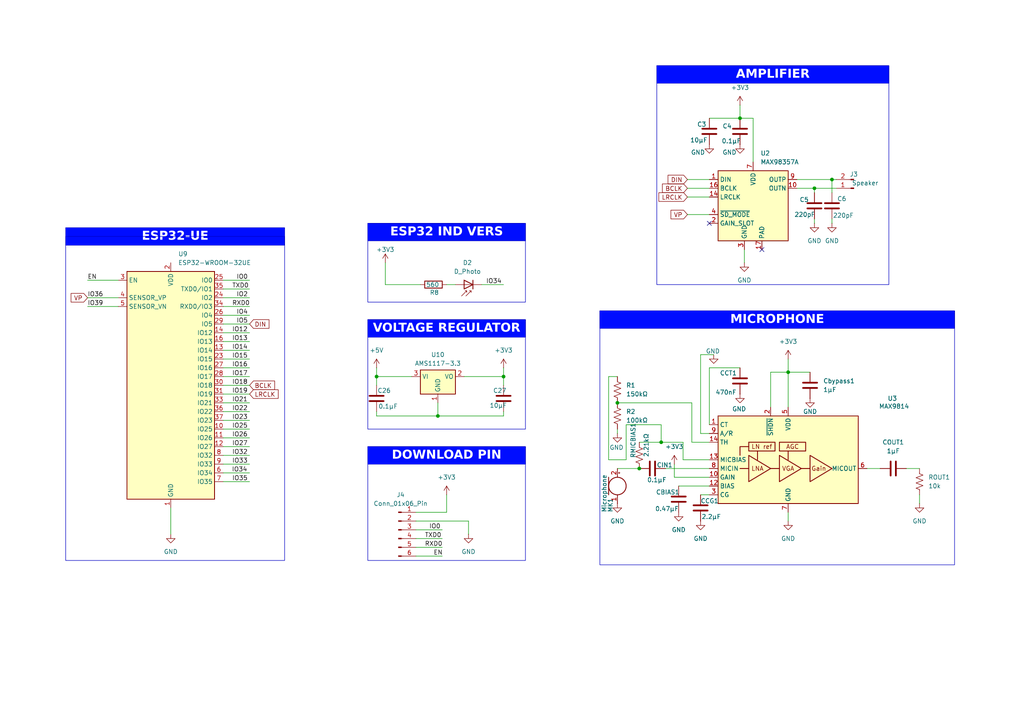
<source format=kicad_sch>
(kicad_sch
	(version 20250114)
	(generator "eeschema")
	(generator_version "9.0")
	(uuid "16083faa-9470-4239-aa25-fc71443a2e2c")
	(paper "A4")
	(lib_symbols
		(symbol "Amplifier_Audio:MAX9814"
			(exclude_from_sim no)
			(in_bom yes)
			(on_board yes)
			(property "Reference" "U"
				(at -20.32 13.97 0)
				(effects
					(font
						(size 1.27 1.27)
					)
					(justify left)
				)
			)
			(property "Value" "MAX9814"
				(at 11.43 13.97 0)
				(effects
					(font
						(size 1.27 1.27)
					)
					(justify left)
				)
			)
			(property "Footprint" "Package_DFN_QFN:DFN-14-1EP_3x3mm_P0.4mm_EP1.78x2.35mm"
				(at 0 0 0)
				(effects
					(font
						(size 1.27 1.27)
					)
					(hide yes)
				)
			)
			(property "Datasheet" "https://datasheets.maximintegrated.com/en/ds/MAX9814.pdf"
				(at 0 0 0)
				(effects
					(font
						(size 1.27 1.27)
					)
					(hide yes)
				)
			)
			(property "Description" "Microphone Amplifier with AGC and Low-Noise Microphone Bias, TDFN-14"
				(at 0 0 0)
				(effects
					(font
						(size 1.27 1.27)
					)
					(hide yes)
				)
			)
			(property "ki_keywords" "audio microphone amplifier"
				(at 0 0 0)
				(effects
					(font
						(size 1.27 1.27)
					)
					(hide yes)
				)
			)
			(property "ki_fp_filters" "*DFN*EP*3x3mm*P0.4mm*"
				(at 0 0 0)
				(effects
					(font
						(size 1.27 1.27)
					)
					(hide yes)
				)
			)
			(symbol "MAX9814_0_0"
				(rectangle
					(start -11.43 5.08)
					(end -3.81 2.54)
					(stroke
						(width 0.254)
						(type default)
					)
					(fill
						(type none)
					)
				)
				(polyline
					(pts
						(xy -11.43 3.81) (xy -13.97 3.81) (xy -13.97 1.27)
					)
					(stroke
						(width 0.254)
						(type default)
					)
					(fill
						(type none)
					)
				)
				(polyline
					(pts
						(xy -11.43 -2.54) (xy -13.97 -2.54)
					)
					(stroke
						(width 0.254)
						(type default)
					)
					(fill
						(type none)
					)
				)
				(polyline
					(pts
						(xy -8.89 2.54) (xy -8.89 0)
					)
					(stroke
						(width 0.254)
						(type default)
					)
					(fill
						(type none)
					)
				)
				(polyline
					(pts
						(xy -5.08 -2.54) (xy -11.43 1.27) (xy -11.43 -6.35) (xy -5.08 -2.54)
					)
					(stroke
						(width 0.254)
						(type default)
					)
					(fill
						(type none)
					)
				)
				(rectangle
					(start -2.54 5.08)
					(end 5.08 2.54)
					(stroke
						(width 0.254)
						(type default)
					)
					(fill
						(type none)
					)
				)
				(polyline
					(pts
						(xy -2.54 -2.54) (xy -5.08 -2.54)
					)
					(stroke
						(width 0.254)
						(type default)
					)
					(fill
						(type none)
					)
				)
				(polyline
					(pts
						(xy 0 2.54) (xy 0 0)
					)
					(stroke
						(width 0.254)
						(type default)
					)
					(fill
						(type none)
					)
				)
				(polyline
					(pts
						(xy 3.81 -2.54) (xy 6.35 -2.54)
					)
					(stroke
						(width 0.254)
						(type default)
					)
					(fill
						(type none)
					)
				)
				(polyline
					(pts
						(xy 3.81 -2.54) (xy -2.54 1.27) (xy -2.54 -6.35) (xy 3.81 -2.54)
					)
					(stroke
						(width 0.254)
						(type default)
					)
					(fill
						(type none)
					)
				)
				(polyline
					(pts
						(xy 12.7 -2.54) (xy 6.35 1.27) (xy 6.35 -6.35) (xy 12.7 -2.54)
					)
					(stroke
						(width 0.254)
						(type default)
					)
					(fill
						(type none)
					)
				)
				(text "LNA"
					(at -8.89 -2.54 0)
					(effects
						(font
							(size 1.27 1.27)
						)
					)
				)
				(text "LN ref"
					(at -7.62 3.81 0)
					(effects
						(font
							(size 1.27 1.27)
						)
					)
				)
				(text "VGA"
					(at 0 -2.54 0)
					(effects
						(font
							(size 1.27 1.27)
						)
					)
				)
				(text "AGC"
					(at 1.27 3.81 0)
					(effects
						(font
							(size 1.27 1.27)
						)
					)
				)
				(text "Gain"
					(at 8.89 -2.54 0)
					(effects
						(font
							(size 1.27 1.27)
						)
					)
				)
			)
			(symbol "MAX9814_0_1"
				(rectangle
					(start -20.32 12.7)
					(end 20.32 -12.7)
					(stroke
						(width 0.254)
						(type default)
					)
					(fill
						(type background)
					)
				)
			)
			(symbol "MAX9814_1_1"
				(pin input line
					(at -22.86 10.16 0)
					(length 2.54)
					(name "CT"
						(effects
							(font
								(size 1.27 1.27)
							)
						)
					)
					(number "1"
						(effects
							(font
								(size 1.27 1.27)
							)
						)
					)
				)
				(pin input line
					(at -22.86 7.62 0)
					(length 2.54)
					(name "A/R"
						(effects
							(font
								(size 1.27 1.27)
							)
						)
					)
					(number "9"
						(effects
							(font
								(size 1.27 1.27)
							)
						)
					)
				)
				(pin input line
					(at -22.86 5.08 0)
					(length 2.54)
					(name "TH"
						(effects
							(font
								(size 1.27 1.27)
							)
						)
					)
					(number "14"
						(effects
							(font
								(size 1.27 1.27)
							)
						)
					)
				)
				(pin output line
					(at -22.86 0 0)
					(length 2.54)
					(name "MICBIAS"
						(effects
							(font
								(size 1.27 1.27)
							)
						)
					)
					(number "13"
						(effects
							(font
								(size 1.27 1.27)
							)
						)
					)
				)
				(pin input line
					(at -22.86 -2.54 0)
					(length 2.54)
					(name "MICIN"
						(effects
							(font
								(size 1.27 1.27)
							)
						)
					)
					(number "8"
						(effects
							(font
								(size 1.27 1.27)
							)
						)
					)
				)
				(pin input line
					(at -22.86 -5.08 0)
					(length 2.54)
					(name "GAIN"
						(effects
							(font
								(size 1.27 1.27)
							)
						)
					)
					(number "10"
						(effects
							(font
								(size 1.27 1.27)
							)
						)
					)
				)
				(pin passive line
					(at -22.86 -7.62 0)
					(length 2.54)
					(name "BIAS"
						(effects
							(font
								(size 1.27 1.27)
							)
						)
					)
					(number "12"
						(effects
							(font
								(size 1.27 1.27)
							)
						)
					)
				)
				(pin passive line
					(at -22.86 -10.16 0)
					(length 2.54)
					(name "CG"
						(effects
							(font
								(size 1.27 1.27)
							)
						)
					)
					(number "3"
						(effects
							(font
								(size 1.27 1.27)
							)
						)
					)
				)
				(pin input line
					(at -5.08 15.24 270)
					(length 2.54)
					(name "~{SHDN}"
						(effects
							(font
								(size 1.27 1.27)
							)
						)
					)
					(number "2"
						(effects
							(font
								(size 1.27 1.27)
							)
						)
					)
				)
				(pin power_in line
					(at 0 15.24 270)
					(length 2.54)
					(name "VDD"
						(effects
							(font
								(size 1.27 1.27)
							)
						)
					)
					(number "5"
						(effects
							(font
								(size 1.27 1.27)
							)
						)
					)
				)
				(pin passive line
					(at 0 -15.24 90)
					(length 2.54)
					(hide yes)
					(name "GND"
						(effects
							(font
								(size 1.27 1.27)
							)
						)
					)
					(number "11"
						(effects
							(font
								(size 1.27 1.27)
							)
						)
					)
				)
				(pin passive line
					(at 0 -15.24 90)
					(length 2.54)
					(hide yes)
					(name "GND"
						(effects
							(font
								(size 1.27 1.27)
							)
						)
					)
					(number "15"
						(effects
							(font
								(size 1.27 1.27)
							)
						)
					)
				)
				(pin passive line
					(at 0 -15.24 90)
					(length 2.54)
					(hide yes)
					(name "GND"
						(effects
							(font
								(size 1.27 1.27)
							)
						)
					)
					(number "4"
						(effects
							(font
								(size 1.27 1.27)
							)
						)
					)
				)
				(pin power_in line
					(at 0 -15.24 90)
					(length 2.54)
					(name "GND"
						(effects
							(font
								(size 1.27 1.27)
							)
						)
					)
					(number "7"
						(effects
							(font
								(size 1.27 1.27)
							)
						)
					)
				)
				(pin output line
					(at 22.86 -2.54 180)
					(length 2.54)
					(name "MICOUT"
						(effects
							(font
								(size 1.27 1.27)
							)
						)
					)
					(number "6"
						(effects
							(font
								(size 1.27 1.27)
							)
						)
					)
				)
			)
			(embedded_fonts no)
		)
		(symbol "Audio:MAX98357A"
			(exclude_from_sim no)
			(in_bom yes)
			(on_board yes)
			(property "Reference" "U"
				(at -8.89 11.43 0)
				(effects
					(font
						(size 1.27 1.27)
					)
				)
			)
			(property "Value" "MAX98357A"
				(at 10.16 11.43 0)
				(effects
					(font
						(size 1.27 1.27)
					)
				)
			)
			(property "Footprint" "Package_DFN_QFN:TQFN-16-1EP_3x3mm_P0.5mm_EP1.23x1.23mm"
				(at -1.27 -2.54 0)
				(effects
					(font
						(size 1.27 1.27)
					)
					(hide yes)
				)
			)
			(property "Datasheet" "https://www.analog.com/media/en/technical-documentation/data-sheets/MAX98357A-MAX98357B.pdf"
				(at 0 -2.54 0)
				(effects
					(font
						(size 1.27 1.27)
					)
					(hide yes)
				)
			)
			(property "Description" "Mono DAC with amplifier, I2S, PCM, TDM, 32-bit, 96khz, 3.2W, TQFP-16"
				(at 0 0 0)
				(effects
					(font
						(size 1.27 1.27)
					)
					(hide yes)
				)
			)
			(property "ki_keywords" "pcm tdm i2s left-justified amplifier audio dac"
				(at 0 0 0)
				(effects
					(font
						(size 1.27 1.27)
					)
					(hide yes)
				)
			)
			(property "ki_fp_filters" "TQFN*3x3mm*P0.5mm*EP1.23x1.23mm*"
				(at 0 0 0)
				(effects
					(font
						(size 1.27 1.27)
					)
					(hide yes)
				)
			)
			(symbol "MAX98357A_1_1"
				(rectangle
					(start -10.16 10.16)
					(end 10.16 -10.16)
					(stroke
						(width 0.254)
						(type default)
					)
					(fill
						(type background)
					)
				)
				(pin input line
					(at -12.7 7.62 0)
					(length 2.54)
					(name "DIN"
						(effects
							(font
								(size 1.27 1.27)
							)
						)
					)
					(number "1"
						(effects
							(font
								(size 1.27 1.27)
							)
						)
					)
				)
				(pin input line
					(at -12.7 5.08 0)
					(length 2.54)
					(name "BCLK"
						(effects
							(font
								(size 1.27 1.27)
							)
						)
					)
					(number "16"
						(effects
							(font
								(size 1.27 1.27)
							)
						)
					)
				)
				(pin input line
					(at -12.7 2.54 0)
					(length 2.54)
					(name "LRCLK"
						(effects
							(font
								(size 1.27 1.27)
							)
						)
					)
					(number "14"
						(effects
							(font
								(size 1.27 1.27)
							)
						)
					)
				)
				(pin input line
					(at -12.7 -2.54 0)
					(length 2.54)
					(name "~{SD_MODE}"
						(effects
							(font
								(size 1.27 1.27)
							)
						)
					)
					(number "4"
						(effects
							(font
								(size 1.27 1.27)
							)
						)
					)
				)
				(pin passive line
					(at -12.7 -5.08 0)
					(length 2.54)
					(name "GAIN_SLOT"
						(effects
							(font
								(size 1.27 1.27)
							)
						)
					)
					(number "2"
						(effects
							(font
								(size 1.27 1.27)
							)
						)
					)
				)
				(pin passive line
					(at -2.54 -12.7 90)
					(length 2.54)
					(hide yes)
					(name "GND"
						(effects
							(font
								(size 1.27 1.27)
							)
						)
					)
					(number "11"
						(effects
							(font
								(size 1.27 1.27)
							)
						)
					)
				)
				(pin passive line
					(at -2.54 -12.7 90)
					(length 2.54)
					(hide yes)
					(name "GND"
						(effects
							(font
								(size 1.27 1.27)
							)
						)
					)
					(number "15"
						(effects
							(font
								(size 1.27 1.27)
							)
						)
					)
				)
				(pin power_in line
					(at -2.54 -12.7 90)
					(length 2.54)
					(name "GND"
						(effects
							(font
								(size 1.27 1.27)
							)
						)
					)
					(number "3"
						(effects
							(font
								(size 1.27 1.27)
							)
						)
					)
				)
				(pin power_in line
					(at 0 12.7 270)
					(length 2.54)
					(name "VDD"
						(effects
							(font
								(size 1.27 1.27)
							)
						)
					)
					(number "7"
						(effects
							(font
								(size 1.27 1.27)
							)
						)
					)
				)
				(pin passive line
					(at 0 12.7 270)
					(length 2.54)
					(hide yes)
					(name "VDD"
						(effects
							(font
								(size 1.27 1.27)
							)
						)
					)
					(number "8"
						(effects
							(font
								(size 1.27 1.27)
							)
						)
					)
				)
				(pin unspecified line
					(at 2.54 -12.7 90)
					(length 2.54)
					(name "PAD"
						(effects
							(font
								(size 1.27 1.27)
							)
						)
					)
					(number "17"
						(effects
							(font
								(size 1.27 1.27)
							)
						)
					)
				)
				(pin no_connect line
					(at 10.16 2.54 180)
					(length 2.54)
					(hide yes)
					(name "NC"
						(effects
							(font
								(size 1.27 1.27)
							)
						)
					)
					(number "5"
						(effects
							(font
								(size 1.27 1.27)
							)
						)
					)
				)
				(pin no_connect line
					(at 10.16 0 180)
					(length 2.54)
					(hide yes)
					(name "NC"
						(effects
							(font
								(size 1.27 1.27)
							)
						)
					)
					(number "6"
						(effects
							(font
								(size 1.27 1.27)
							)
						)
					)
				)
				(pin no_connect line
					(at 10.16 -5.08 180)
					(length 2.54)
					(hide yes)
					(name "NC"
						(effects
							(font
								(size 1.27 1.27)
							)
						)
					)
					(number "12"
						(effects
							(font
								(size 1.27 1.27)
							)
						)
					)
				)
				(pin no_connect line
					(at 10.16 -7.62 180)
					(length 2.54)
					(hide yes)
					(name "NC"
						(effects
							(font
								(size 1.27 1.27)
							)
						)
					)
					(number "13"
						(effects
							(font
								(size 1.27 1.27)
							)
						)
					)
				)
				(pin output line
					(at 12.7 7.62 180)
					(length 2.54)
					(name "OUTP"
						(effects
							(font
								(size 1.27 1.27)
							)
						)
					)
					(number "9"
						(effects
							(font
								(size 1.27 1.27)
							)
						)
					)
				)
				(pin output line
					(at 12.7 5.08 180)
					(length 2.54)
					(name "OUTN"
						(effects
							(font
								(size 1.27 1.27)
							)
						)
					)
					(number "10"
						(effects
							(font
								(size 1.27 1.27)
							)
						)
					)
				)
			)
			(embedded_fonts no)
		)
		(symbol "Connector:Conn_01x02_Pin"
			(pin_names
				(offset 1.016)
				(hide yes)
			)
			(exclude_from_sim no)
			(in_bom yes)
			(on_board yes)
			(property "Reference" "J"
				(at 0 2.54 0)
				(effects
					(font
						(size 1.27 1.27)
					)
				)
			)
			(property "Value" "Conn_01x02_Pin"
				(at 0 -5.08 0)
				(effects
					(font
						(size 1.27 1.27)
					)
				)
			)
			(property "Footprint" ""
				(at 0 0 0)
				(effects
					(font
						(size 1.27 1.27)
					)
					(hide yes)
				)
			)
			(property "Datasheet" "~"
				(at 0 0 0)
				(effects
					(font
						(size 1.27 1.27)
					)
					(hide yes)
				)
			)
			(property "Description" "Generic connector, single row, 01x02, script generated"
				(at 0 0 0)
				(effects
					(font
						(size 1.27 1.27)
					)
					(hide yes)
				)
			)
			(property "ki_locked" ""
				(at 0 0 0)
				(effects
					(font
						(size 1.27 1.27)
					)
				)
			)
			(property "ki_keywords" "connector"
				(at 0 0 0)
				(effects
					(font
						(size 1.27 1.27)
					)
					(hide yes)
				)
			)
			(property "ki_fp_filters" "Connector*:*_1x??_*"
				(at 0 0 0)
				(effects
					(font
						(size 1.27 1.27)
					)
					(hide yes)
				)
			)
			(symbol "Conn_01x02_Pin_1_1"
				(rectangle
					(start 0.8636 0.127)
					(end 0 -0.127)
					(stroke
						(width 0.1524)
						(type default)
					)
					(fill
						(type outline)
					)
				)
				(rectangle
					(start 0.8636 -2.413)
					(end 0 -2.667)
					(stroke
						(width 0.1524)
						(type default)
					)
					(fill
						(type outline)
					)
				)
				(polyline
					(pts
						(xy 1.27 0) (xy 0.8636 0)
					)
					(stroke
						(width 0.1524)
						(type default)
					)
					(fill
						(type none)
					)
				)
				(polyline
					(pts
						(xy 1.27 -2.54) (xy 0.8636 -2.54)
					)
					(stroke
						(width 0.1524)
						(type default)
					)
					(fill
						(type none)
					)
				)
				(pin passive line
					(at 5.08 0 180)
					(length 3.81)
					(name "Pin_1"
						(effects
							(font
								(size 1.27 1.27)
							)
						)
					)
					(number "1"
						(effects
							(font
								(size 1.27 1.27)
							)
						)
					)
				)
				(pin passive line
					(at 5.08 -2.54 180)
					(length 3.81)
					(name "Pin_2"
						(effects
							(font
								(size 1.27 1.27)
							)
						)
					)
					(number "2"
						(effects
							(font
								(size 1.27 1.27)
							)
						)
					)
				)
			)
			(embedded_fonts no)
		)
		(symbol "Connector:Conn_01x06_Pin"
			(pin_names
				(offset 1.016)
				(hide yes)
			)
			(exclude_from_sim no)
			(in_bom yes)
			(on_board yes)
			(property "Reference" "J"
				(at 0 7.62 0)
				(effects
					(font
						(size 1.27 1.27)
					)
				)
			)
			(property "Value" "Conn_01x06_Pin"
				(at 0 -10.16 0)
				(effects
					(font
						(size 1.27 1.27)
					)
				)
			)
			(property "Footprint" ""
				(at 0 0 0)
				(effects
					(font
						(size 1.27 1.27)
					)
					(hide yes)
				)
			)
			(property "Datasheet" "~"
				(at 0 0 0)
				(effects
					(font
						(size 1.27 1.27)
					)
					(hide yes)
				)
			)
			(property "Description" "Generic connector, single row, 01x06, script generated"
				(at 0 0 0)
				(effects
					(font
						(size 1.27 1.27)
					)
					(hide yes)
				)
			)
			(property "ki_locked" ""
				(at 0 0 0)
				(effects
					(font
						(size 1.27 1.27)
					)
				)
			)
			(property "ki_keywords" "connector"
				(at 0 0 0)
				(effects
					(font
						(size 1.27 1.27)
					)
					(hide yes)
				)
			)
			(property "ki_fp_filters" "Connector*:*_1x??_*"
				(at 0 0 0)
				(effects
					(font
						(size 1.27 1.27)
					)
					(hide yes)
				)
			)
			(symbol "Conn_01x06_Pin_1_1"
				(rectangle
					(start 0.8636 5.207)
					(end 0 4.953)
					(stroke
						(width 0.1524)
						(type default)
					)
					(fill
						(type outline)
					)
				)
				(rectangle
					(start 0.8636 2.667)
					(end 0 2.413)
					(stroke
						(width 0.1524)
						(type default)
					)
					(fill
						(type outline)
					)
				)
				(rectangle
					(start 0.8636 0.127)
					(end 0 -0.127)
					(stroke
						(width 0.1524)
						(type default)
					)
					(fill
						(type outline)
					)
				)
				(rectangle
					(start 0.8636 -2.413)
					(end 0 -2.667)
					(stroke
						(width 0.1524)
						(type default)
					)
					(fill
						(type outline)
					)
				)
				(rectangle
					(start 0.8636 -4.953)
					(end 0 -5.207)
					(stroke
						(width 0.1524)
						(type default)
					)
					(fill
						(type outline)
					)
				)
				(rectangle
					(start 0.8636 -7.493)
					(end 0 -7.747)
					(stroke
						(width 0.1524)
						(type default)
					)
					(fill
						(type outline)
					)
				)
				(polyline
					(pts
						(xy 1.27 5.08) (xy 0.8636 5.08)
					)
					(stroke
						(width 0.1524)
						(type default)
					)
					(fill
						(type none)
					)
				)
				(polyline
					(pts
						(xy 1.27 2.54) (xy 0.8636 2.54)
					)
					(stroke
						(width 0.1524)
						(type default)
					)
					(fill
						(type none)
					)
				)
				(polyline
					(pts
						(xy 1.27 0) (xy 0.8636 0)
					)
					(stroke
						(width 0.1524)
						(type default)
					)
					(fill
						(type none)
					)
				)
				(polyline
					(pts
						(xy 1.27 -2.54) (xy 0.8636 -2.54)
					)
					(stroke
						(width 0.1524)
						(type default)
					)
					(fill
						(type none)
					)
				)
				(polyline
					(pts
						(xy 1.27 -5.08) (xy 0.8636 -5.08)
					)
					(stroke
						(width 0.1524)
						(type default)
					)
					(fill
						(type none)
					)
				)
				(polyline
					(pts
						(xy 1.27 -7.62) (xy 0.8636 -7.62)
					)
					(stroke
						(width 0.1524)
						(type default)
					)
					(fill
						(type none)
					)
				)
				(pin passive line
					(at 5.08 5.08 180)
					(length 3.81)
					(name "Pin_1"
						(effects
							(font
								(size 1.27 1.27)
							)
						)
					)
					(number "1"
						(effects
							(font
								(size 1.27 1.27)
							)
						)
					)
				)
				(pin passive line
					(at 5.08 2.54 180)
					(length 3.81)
					(name "Pin_2"
						(effects
							(font
								(size 1.27 1.27)
							)
						)
					)
					(number "2"
						(effects
							(font
								(size 1.27 1.27)
							)
						)
					)
				)
				(pin passive line
					(at 5.08 0 180)
					(length 3.81)
					(name "Pin_3"
						(effects
							(font
								(size 1.27 1.27)
							)
						)
					)
					(number "3"
						(effects
							(font
								(size 1.27 1.27)
							)
						)
					)
				)
				(pin passive line
					(at 5.08 -2.54 180)
					(length 3.81)
					(name "Pin_4"
						(effects
							(font
								(size 1.27 1.27)
							)
						)
					)
					(number "4"
						(effects
							(font
								(size 1.27 1.27)
							)
						)
					)
				)
				(pin passive line
					(at 5.08 -5.08 180)
					(length 3.81)
					(name "Pin_5"
						(effects
							(font
								(size 1.27 1.27)
							)
						)
					)
					(number "5"
						(effects
							(font
								(size 1.27 1.27)
							)
						)
					)
				)
				(pin passive line
					(at 5.08 -7.62 180)
					(length 3.81)
					(name "Pin_6"
						(effects
							(font
								(size 1.27 1.27)
							)
						)
					)
					(number "6"
						(effects
							(font
								(size 1.27 1.27)
							)
						)
					)
				)
			)
			(embedded_fonts no)
		)
		(symbol "Device:C"
			(pin_numbers
				(hide yes)
			)
			(pin_names
				(offset 0.254)
			)
			(exclude_from_sim no)
			(in_bom yes)
			(on_board yes)
			(property "Reference" "C"
				(at 0.635 2.54 0)
				(effects
					(font
						(size 1.27 1.27)
					)
					(justify left)
				)
			)
			(property "Value" "C"
				(at 0.635 -2.54 0)
				(effects
					(font
						(size 1.27 1.27)
					)
					(justify left)
				)
			)
			(property "Footprint" ""
				(at 0.9652 -3.81 0)
				(effects
					(font
						(size 1.27 1.27)
					)
					(hide yes)
				)
			)
			(property "Datasheet" "~"
				(at 0 0 0)
				(effects
					(font
						(size 1.27 1.27)
					)
					(hide yes)
				)
			)
			(property "Description" "Unpolarized capacitor"
				(at 0 0 0)
				(effects
					(font
						(size 1.27 1.27)
					)
					(hide yes)
				)
			)
			(property "ki_keywords" "cap capacitor"
				(at 0 0 0)
				(effects
					(font
						(size 1.27 1.27)
					)
					(hide yes)
				)
			)
			(property "ki_fp_filters" "C_*"
				(at 0 0 0)
				(effects
					(font
						(size 1.27 1.27)
					)
					(hide yes)
				)
			)
			(symbol "C_0_1"
				(polyline
					(pts
						(xy -2.032 0.762) (xy 2.032 0.762)
					)
					(stroke
						(width 0.508)
						(type default)
					)
					(fill
						(type none)
					)
				)
				(polyline
					(pts
						(xy -2.032 -0.762) (xy 2.032 -0.762)
					)
					(stroke
						(width 0.508)
						(type default)
					)
					(fill
						(type none)
					)
				)
			)
			(symbol "C_1_1"
				(pin passive line
					(at 0 3.81 270)
					(length 2.794)
					(name "~"
						(effects
							(font
								(size 1.27 1.27)
							)
						)
					)
					(number "1"
						(effects
							(font
								(size 1.27 1.27)
							)
						)
					)
				)
				(pin passive line
					(at 0 -3.81 90)
					(length 2.794)
					(name "~"
						(effects
							(font
								(size 1.27 1.27)
							)
						)
					)
					(number "2"
						(effects
							(font
								(size 1.27 1.27)
							)
						)
					)
				)
			)
			(embedded_fonts no)
		)
		(symbol "Device:D_Photo"
			(pin_numbers
				(hide yes)
			)
			(pin_names
				(hide yes)
			)
			(exclude_from_sim no)
			(in_bom yes)
			(on_board yes)
			(property "Reference" "D"
				(at 0.508 1.778 0)
				(effects
					(font
						(size 1.27 1.27)
					)
					(justify left)
				)
			)
			(property "Value" "D_Photo"
				(at -1.016 -2.794 0)
				(effects
					(font
						(size 1.27 1.27)
					)
				)
			)
			(property "Footprint" ""
				(at -1.27 0 0)
				(effects
					(font
						(size 1.27 1.27)
					)
					(hide yes)
				)
			)
			(property "Datasheet" "~"
				(at -1.27 0 0)
				(effects
					(font
						(size 1.27 1.27)
					)
					(hide yes)
				)
			)
			(property "Description" "Photodiode"
				(at 0 0 0)
				(effects
					(font
						(size 1.27 1.27)
					)
					(hide yes)
				)
			)
			(property "ki_keywords" "photodiode diode opto"
				(at 0 0 0)
				(effects
					(font
						(size 1.27 1.27)
					)
					(hide yes)
				)
			)
			(symbol "D_Photo_0_1"
				(polyline
					(pts
						(xy -2.54 1.27) (xy -2.54 -1.27)
					)
					(stroke
						(width 0.254)
						(type default)
					)
					(fill
						(type none)
					)
				)
				(polyline
					(pts
						(xy -2.032 1.778) (xy -1.524 1.778)
					)
					(stroke
						(width 0)
						(type default)
					)
					(fill
						(type none)
					)
				)
				(polyline
					(pts
						(xy -0.508 3.302) (xy -2.032 1.778) (xy -2.032 2.286)
					)
					(stroke
						(width 0)
						(type default)
					)
					(fill
						(type none)
					)
				)
				(polyline
					(pts
						(xy 0 0) (xy -2.54 0)
					)
					(stroke
						(width 0)
						(type default)
					)
					(fill
						(type none)
					)
				)
				(polyline
					(pts
						(xy 0 -1.27) (xy 0 1.27) (xy -2.54 0) (xy 0 -1.27)
					)
					(stroke
						(width 0.254)
						(type default)
					)
					(fill
						(type none)
					)
				)
				(polyline
					(pts
						(xy 0.762 3.302) (xy -0.762 1.778) (xy -0.762 2.286) (xy -0.762 1.778) (xy -0.254 1.778)
					)
					(stroke
						(width 0)
						(type default)
					)
					(fill
						(type none)
					)
				)
			)
			(symbol "D_Photo_1_1"
				(pin passive line
					(at -5.08 0 0)
					(length 2.54)
					(name "K"
						(effects
							(font
								(size 1.27 1.27)
							)
						)
					)
					(number "1"
						(effects
							(font
								(size 1.27 1.27)
							)
						)
					)
				)
				(pin passive line
					(at 2.54 0 180)
					(length 2.54)
					(name "A"
						(effects
							(font
								(size 1.27 1.27)
							)
						)
					)
					(number "2"
						(effects
							(font
								(size 1.27 1.27)
							)
						)
					)
				)
			)
			(embedded_fonts no)
		)
		(symbol "Device:Microphone"
			(pin_names
				(offset 0.0254)
				(hide yes)
			)
			(exclude_from_sim no)
			(in_bom yes)
			(on_board yes)
			(property "Reference" "MK"
				(at -3.81 1.27 0)
				(effects
					(font
						(size 1.27 1.27)
					)
					(justify right)
				)
			)
			(property "Value" "Microphone"
				(at -3.81 -0.635 0)
				(effects
					(font
						(size 1.27 1.27)
					)
					(justify right)
				)
			)
			(property "Footprint" ""
				(at 0 2.54 90)
				(effects
					(font
						(size 1.27 1.27)
					)
					(hide yes)
				)
			)
			(property "Datasheet" "~"
				(at 0 2.54 90)
				(effects
					(font
						(size 1.27 1.27)
					)
					(hide yes)
				)
			)
			(property "Description" "Microphone"
				(at 0 0 0)
				(effects
					(font
						(size 1.27 1.27)
					)
					(hide yes)
				)
			)
			(property "ki_keywords" "microphone"
				(at 0 0 0)
				(effects
					(font
						(size 1.27 1.27)
					)
					(hide yes)
				)
			)
			(symbol "Microphone_0_1"
				(polyline
					(pts
						(xy -2.54 2.54) (xy -2.54 -2.54)
					)
					(stroke
						(width 0.254)
						(type default)
					)
					(fill
						(type none)
					)
				)
				(circle
					(center 0 0)
					(radius 2.54)
					(stroke
						(width 0.254)
						(type default)
					)
					(fill
						(type none)
					)
				)
				(polyline
					(pts
						(xy 0.254 3.81) (xy 0.762 3.81)
					)
					(stroke
						(width 0)
						(type default)
					)
					(fill
						(type none)
					)
				)
				(polyline
					(pts
						(xy 0.508 4.064) (xy 0.508 3.556)
					)
					(stroke
						(width 0)
						(type default)
					)
					(fill
						(type none)
					)
				)
			)
			(symbol "Microphone_1_1"
				(pin passive line
					(at 0 5.08 270)
					(length 2.54)
					(name "+"
						(effects
							(font
								(size 1.27 1.27)
							)
						)
					)
					(number "2"
						(effects
							(font
								(size 1.27 1.27)
							)
						)
					)
				)
				(pin passive line
					(at 0 -5.08 90)
					(length 2.54)
					(name "-"
						(effects
							(font
								(size 1.27 1.27)
							)
						)
					)
					(number "1"
						(effects
							(font
								(size 1.27 1.27)
							)
						)
					)
				)
			)
			(embedded_fonts no)
		)
		(symbol "Device:R"
			(pin_numbers
				(hide yes)
			)
			(pin_names
				(offset 0)
			)
			(exclude_from_sim no)
			(in_bom yes)
			(on_board yes)
			(property "Reference" "R"
				(at 2.032 0 90)
				(effects
					(font
						(size 1.27 1.27)
					)
				)
			)
			(property "Value" "R"
				(at 0 0 90)
				(effects
					(font
						(size 1.27 1.27)
					)
				)
			)
			(property "Footprint" ""
				(at -1.778 0 90)
				(effects
					(font
						(size 1.27 1.27)
					)
					(hide yes)
				)
			)
			(property "Datasheet" "~"
				(at 0 0 0)
				(effects
					(font
						(size 1.27 1.27)
					)
					(hide yes)
				)
			)
			(property "Description" "Resistor"
				(at 0 0 0)
				(effects
					(font
						(size 1.27 1.27)
					)
					(hide yes)
				)
			)
			(property "ki_keywords" "R res resistor"
				(at 0 0 0)
				(effects
					(font
						(size 1.27 1.27)
					)
					(hide yes)
				)
			)
			(property "ki_fp_filters" "R_*"
				(at 0 0 0)
				(effects
					(font
						(size 1.27 1.27)
					)
					(hide yes)
				)
			)
			(symbol "R_0_1"
				(rectangle
					(start -1.016 -2.54)
					(end 1.016 2.54)
					(stroke
						(width 0.254)
						(type default)
					)
					(fill
						(type none)
					)
				)
			)
			(symbol "R_1_1"
				(pin passive line
					(at 0 3.81 270)
					(length 1.27)
					(name "~"
						(effects
							(font
								(size 1.27 1.27)
							)
						)
					)
					(number "1"
						(effects
							(font
								(size 1.27 1.27)
							)
						)
					)
				)
				(pin passive line
					(at 0 -3.81 90)
					(length 1.27)
					(name "~"
						(effects
							(font
								(size 1.27 1.27)
							)
						)
					)
					(number "2"
						(effects
							(font
								(size 1.27 1.27)
							)
						)
					)
				)
			)
			(embedded_fonts no)
		)
		(symbol "Device:R_US"
			(pin_numbers
				(hide yes)
			)
			(pin_names
				(offset 0)
			)
			(exclude_from_sim no)
			(in_bom yes)
			(on_board yes)
			(property "Reference" "R"
				(at 2.54 0 90)
				(effects
					(font
						(size 1.27 1.27)
					)
				)
			)
			(property "Value" "R_US"
				(at -2.54 0 90)
				(effects
					(font
						(size 1.27 1.27)
					)
				)
			)
			(property "Footprint" ""
				(at 1.016 -0.254 90)
				(effects
					(font
						(size 1.27 1.27)
					)
					(hide yes)
				)
			)
			(property "Datasheet" "~"
				(at 0 0 0)
				(effects
					(font
						(size 1.27 1.27)
					)
					(hide yes)
				)
			)
			(property "Description" "Resistor, US symbol"
				(at 0 0 0)
				(effects
					(font
						(size 1.27 1.27)
					)
					(hide yes)
				)
			)
			(property "ki_keywords" "R res resistor"
				(at 0 0 0)
				(effects
					(font
						(size 1.27 1.27)
					)
					(hide yes)
				)
			)
			(property "ki_fp_filters" "R_*"
				(at 0 0 0)
				(effects
					(font
						(size 1.27 1.27)
					)
					(hide yes)
				)
			)
			(symbol "R_US_0_1"
				(polyline
					(pts
						(xy 0 2.286) (xy 0 2.54)
					)
					(stroke
						(width 0)
						(type default)
					)
					(fill
						(type none)
					)
				)
				(polyline
					(pts
						(xy 0 2.286) (xy 1.016 1.905) (xy 0 1.524) (xy -1.016 1.143) (xy 0 0.762)
					)
					(stroke
						(width 0)
						(type default)
					)
					(fill
						(type none)
					)
				)
				(polyline
					(pts
						(xy 0 0.762) (xy 1.016 0.381) (xy 0 0) (xy -1.016 -0.381) (xy 0 -0.762)
					)
					(stroke
						(width 0)
						(type default)
					)
					(fill
						(type none)
					)
				)
				(polyline
					(pts
						(xy 0 -0.762) (xy 1.016 -1.143) (xy 0 -1.524) (xy -1.016 -1.905) (xy 0 -2.286)
					)
					(stroke
						(width 0)
						(type default)
					)
					(fill
						(type none)
					)
				)
				(polyline
					(pts
						(xy 0 -2.286) (xy 0 -2.54)
					)
					(stroke
						(width 0)
						(type default)
					)
					(fill
						(type none)
					)
				)
			)
			(symbol "R_US_1_1"
				(pin passive line
					(at 0 3.81 270)
					(length 1.27)
					(name "~"
						(effects
							(font
								(size 1.27 1.27)
							)
						)
					)
					(number "1"
						(effects
							(font
								(size 1.27 1.27)
							)
						)
					)
				)
				(pin passive line
					(at 0 -3.81 90)
					(length 1.27)
					(name "~"
						(effects
							(font
								(size 1.27 1.27)
							)
						)
					)
					(number "2"
						(effects
							(font
								(size 1.27 1.27)
							)
						)
					)
				)
			)
			(embedded_fonts no)
		)
		(symbol "RF_Module:ESP32-WROOM-32UE"
			(exclude_from_sim no)
			(in_bom yes)
			(on_board yes)
			(property "Reference" "U"
				(at -12.7 34.29 0)
				(effects
					(font
						(size 1.27 1.27)
					)
					(justify left)
				)
			)
			(property "Value" "ESP32-WROOM-32UE"
				(at 1.27 34.29 0)
				(effects
					(font
						(size 1.27 1.27)
					)
					(justify left)
				)
			)
			(property "Footprint" "RF_Module:ESP32-WROOM-32UE"
				(at 16.51 -34.29 0)
				(effects
					(font
						(size 1.27 1.27)
					)
					(hide yes)
				)
			)
			(property "Datasheet" "https://www.espressif.com/sites/default/files/documentation/esp32-wroom-32e_esp32-wroom-32ue_datasheet_en.pdf"
				(at 0 0 0)
				(effects
					(font
						(size 1.27 1.27)
					)
					(hide yes)
				)
			)
			(property "Description" "RF Module, ESP32-D0WD-V3 SoC, without PSRAM, Wi-Fi 802.11b/g/n, Bluetooth, BLE, 32-bit, 2.7-3.6V, external antenna, SMD"
				(at 0 0 0)
				(effects
					(font
						(size 1.27 1.27)
					)
					(hide yes)
				)
			)
			(property "ki_keywords" "RF Radio BT ESP ESP32 Espressif external U.FL antenna"
				(at 0 0 0)
				(effects
					(font
						(size 1.27 1.27)
					)
					(hide yes)
				)
			)
			(property "ki_fp_filters" "ESP32?WROOM?32UE*"
				(at 0 0 0)
				(effects
					(font
						(size 1.27 1.27)
					)
					(hide yes)
				)
			)
			(symbol "ESP32-WROOM-32UE_0_1"
				(rectangle
					(start -12.7 33.02)
					(end 12.7 -33.02)
					(stroke
						(width 0.254)
						(type default)
					)
					(fill
						(type background)
					)
				)
			)
			(symbol "ESP32-WROOM-32UE_1_1"
				(pin input line
					(at -15.24 30.48 0)
					(length 2.54)
					(name "EN"
						(effects
							(font
								(size 1.27 1.27)
							)
						)
					)
					(number "3"
						(effects
							(font
								(size 1.27 1.27)
							)
						)
					)
				)
				(pin input line
					(at -15.24 25.4 0)
					(length 2.54)
					(name "SENSOR_VP"
						(effects
							(font
								(size 1.27 1.27)
							)
						)
					)
					(number "4"
						(effects
							(font
								(size 1.27 1.27)
							)
						)
					)
				)
				(pin input line
					(at -15.24 22.86 0)
					(length 2.54)
					(name "SENSOR_VN"
						(effects
							(font
								(size 1.27 1.27)
							)
						)
					)
					(number "5"
						(effects
							(font
								(size 1.27 1.27)
							)
						)
					)
				)
				(pin no_connect line
					(at -12.7 0 0)
					(length 2.54)
					(hide yes)
					(name "NC"
						(effects
							(font
								(size 1.27 1.27)
							)
						)
					)
					(number "21"
						(effects
							(font
								(size 1.27 1.27)
							)
						)
					)
				)
				(pin no_connect line
					(at -12.7 -2.54 0)
					(length 2.54)
					(hide yes)
					(name "NC"
						(effects
							(font
								(size 1.27 1.27)
							)
						)
					)
					(number "22"
						(effects
							(font
								(size 1.27 1.27)
							)
						)
					)
				)
				(pin no_connect line
					(at -12.7 -5.08 0)
					(length 2.54)
					(hide yes)
					(name "NC"
						(effects
							(font
								(size 1.27 1.27)
							)
						)
					)
					(number "17"
						(effects
							(font
								(size 1.27 1.27)
							)
						)
					)
				)
				(pin no_connect line
					(at -12.7 -7.62 0)
					(length 2.54)
					(hide yes)
					(name "NC"
						(effects
							(font
								(size 1.27 1.27)
							)
						)
					)
					(number "18"
						(effects
							(font
								(size 1.27 1.27)
							)
						)
					)
				)
				(pin no_connect line
					(at -12.7 -10.16 0)
					(length 2.54)
					(hide yes)
					(name "NC"
						(effects
							(font
								(size 1.27 1.27)
							)
						)
					)
					(number "20"
						(effects
							(font
								(size 1.27 1.27)
							)
						)
					)
				)
				(pin no_connect line
					(at -12.7 -12.7 0)
					(length 2.54)
					(hide yes)
					(name "NC"
						(effects
							(font
								(size 1.27 1.27)
							)
						)
					)
					(number "19"
						(effects
							(font
								(size 1.27 1.27)
							)
						)
					)
				)
				(pin no_connect line
					(at -12.7 -27.94 0)
					(length 2.54)
					(hide yes)
					(name "NC"
						(effects
							(font
								(size 1.27 1.27)
							)
						)
					)
					(number "32"
						(effects
							(font
								(size 1.27 1.27)
							)
						)
					)
				)
				(pin power_in line
					(at 0 35.56 270)
					(length 2.54)
					(name "VDD"
						(effects
							(font
								(size 1.27 1.27)
							)
						)
					)
					(number "2"
						(effects
							(font
								(size 1.27 1.27)
							)
						)
					)
				)
				(pin power_in line
					(at 0 -35.56 90)
					(length 2.54)
					(name "GND"
						(effects
							(font
								(size 1.27 1.27)
							)
						)
					)
					(number "1"
						(effects
							(font
								(size 1.27 1.27)
							)
						)
					)
				)
				(pin passive line
					(at 0 -35.56 90)
					(length 2.54)
					(hide yes)
					(name "GND"
						(effects
							(font
								(size 1.27 1.27)
							)
						)
					)
					(number "15"
						(effects
							(font
								(size 1.27 1.27)
							)
						)
					)
				)
				(pin passive line
					(at 0 -35.56 90)
					(length 2.54)
					(hide yes)
					(name "GND"
						(effects
							(font
								(size 1.27 1.27)
							)
						)
					)
					(number "38"
						(effects
							(font
								(size 1.27 1.27)
							)
						)
					)
				)
				(pin passive line
					(at 0 -35.56 90)
					(length 2.54)
					(hide yes)
					(name "GND"
						(effects
							(font
								(size 1.27 1.27)
							)
						)
					)
					(number "39"
						(effects
							(font
								(size 1.27 1.27)
							)
						)
					)
				)
				(pin bidirectional line
					(at 15.24 30.48 180)
					(length 2.54)
					(name "IO0"
						(effects
							(font
								(size 1.27 1.27)
							)
						)
					)
					(number "25"
						(effects
							(font
								(size 1.27 1.27)
							)
						)
					)
				)
				(pin bidirectional line
					(at 15.24 27.94 180)
					(length 2.54)
					(name "TXD0/IO1"
						(effects
							(font
								(size 1.27 1.27)
							)
						)
					)
					(number "35"
						(effects
							(font
								(size 1.27 1.27)
							)
						)
					)
				)
				(pin bidirectional line
					(at 15.24 25.4 180)
					(length 2.54)
					(name "IO2"
						(effects
							(font
								(size 1.27 1.27)
							)
						)
					)
					(number "24"
						(effects
							(font
								(size 1.27 1.27)
							)
						)
					)
				)
				(pin bidirectional line
					(at 15.24 22.86 180)
					(length 2.54)
					(name "RXD0/IO3"
						(effects
							(font
								(size 1.27 1.27)
							)
						)
					)
					(number "34"
						(effects
							(font
								(size 1.27 1.27)
							)
						)
					)
				)
				(pin bidirectional line
					(at 15.24 20.32 180)
					(length 2.54)
					(name "IO4"
						(effects
							(font
								(size 1.27 1.27)
							)
						)
					)
					(number "26"
						(effects
							(font
								(size 1.27 1.27)
							)
						)
					)
				)
				(pin bidirectional line
					(at 15.24 17.78 180)
					(length 2.54)
					(name "IO5"
						(effects
							(font
								(size 1.27 1.27)
							)
						)
					)
					(number "29"
						(effects
							(font
								(size 1.27 1.27)
							)
						)
					)
				)
				(pin bidirectional line
					(at 15.24 15.24 180)
					(length 2.54)
					(name "IO12"
						(effects
							(font
								(size 1.27 1.27)
							)
						)
					)
					(number "14"
						(effects
							(font
								(size 1.27 1.27)
							)
						)
					)
				)
				(pin bidirectional line
					(at 15.24 12.7 180)
					(length 2.54)
					(name "IO13"
						(effects
							(font
								(size 1.27 1.27)
							)
						)
					)
					(number "16"
						(effects
							(font
								(size 1.27 1.27)
							)
						)
					)
				)
				(pin bidirectional line
					(at 15.24 10.16 180)
					(length 2.54)
					(name "IO14"
						(effects
							(font
								(size 1.27 1.27)
							)
						)
					)
					(number "13"
						(effects
							(font
								(size 1.27 1.27)
							)
						)
					)
				)
				(pin bidirectional line
					(at 15.24 7.62 180)
					(length 2.54)
					(name "IO15"
						(effects
							(font
								(size 1.27 1.27)
							)
						)
					)
					(number "23"
						(effects
							(font
								(size 1.27 1.27)
							)
						)
					)
				)
				(pin bidirectional line
					(at 15.24 5.08 180)
					(length 2.54)
					(name "IO16"
						(effects
							(font
								(size 1.27 1.27)
							)
						)
					)
					(number "27"
						(effects
							(font
								(size 1.27 1.27)
							)
						)
					)
				)
				(pin bidirectional line
					(at 15.24 2.54 180)
					(length 2.54)
					(name "IO17"
						(effects
							(font
								(size 1.27 1.27)
							)
						)
					)
					(number "28"
						(effects
							(font
								(size 1.27 1.27)
							)
						)
					)
				)
				(pin bidirectional line
					(at 15.24 0 180)
					(length 2.54)
					(name "IO18"
						(effects
							(font
								(size 1.27 1.27)
							)
						)
					)
					(number "30"
						(effects
							(font
								(size 1.27 1.27)
							)
						)
					)
				)
				(pin bidirectional line
					(at 15.24 -2.54 180)
					(length 2.54)
					(name "IO19"
						(effects
							(font
								(size 1.27 1.27)
							)
						)
					)
					(number "31"
						(effects
							(font
								(size 1.27 1.27)
							)
						)
					)
				)
				(pin bidirectional line
					(at 15.24 -5.08 180)
					(length 2.54)
					(name "IO21"
						(effects
							(font
								(size 1.27 1.27)
							)
						)
					)
					(number "33"
						(effects
							(font
								(size 1.27 1.27)
							)
						)
					)
				)
				(pin bidirectional line
					(at 15.24 -7.62 180)
					(length 2.54)
					(name "IO22"
						(effects
							(font
								(size 1.27 1.27)
							)
						)
					)
					(number "36"
						(effects
							(font
								(size 1.27 1.27)
							)
						)
					)
				)
				(pin bidirectional line
					(at 15.24 -10.16 180)
					(length 2.54)
					(name "IO23"
						(effects
							(font
								(size 1.27 1.27)
							)
						)
					)
					(number "37"
						(effects
							(font
								(size 1.27 1.27)
							)
						)
					)
				)
				(pin bidirectional line
					(at 15.24 -12.7 180)
					(length 2.54)
					(name "IO25"
						(effects
							(font
								(size 1.27 1.27)
							)
						)
					)
					(number "10"
						(effects
							(font
								(size 1.27 1.27)
							)
						)
					)
				)
				(pin bidirectional line
					(at 15.24 -15.24 180)
					(length 2.54)
					(name "IO26"
						(effects
							(font
								(size 1.27 1.27)
							)
						)
					)
					(number "11"
						(effects
							(font
								(size 1.27 1.27)
							)
						)
					)
				)
				(pin bidirectional line
					(at 15.24 -17.78 180)
					(length 2.54)
					(name "IO27"
						(effects
							(font
								(size 1.27 1.27)
							)
						)
					)
					(number "12"
						(effects
							(font
								(size 1.27 1.27)
							)
						)
					)
				)
				(pin bidirectional line
					(at 15.24 -20.32 180)
					(length 2.54)
					(name "IO32"
						(effects
							(font
								(size 1.27 1.27)
							)
						)
					)
					(number "8"
						(effects
							(font
								(size 1.27 1.27)
							)
						)
					)
				)
				(pin bidirectional line
					(at 15.24 -22.86 180)
					(length 2.54)
					(name "IO33"
						(effects
							(font
								(size 1.27 1.27)
							)
						)
					)
					(number "9"
						(effects
							(font
								(size 1.27 1.27)
							)
						)
					)
				)
				(pin input line
					(at 15.24 -25.4 180)
					(length 2.54)
					(name "IO34"
						(effects
							(font
								(size 1.27 1.27)
							)
						)
					)
					(number "6"
						(effects
							(font
								(size 1.27 1.27)
							)
						)
					)
				)
				(pin input line
					(at 15.24 -27.94 180)
					(length 2.54)
					(name "IO35"
						(effects
							(font
								(size 1.27 1.27)
							)
						)
					)
					(number "7"
						(effects
							(font
								(size 1.27 1.27)
							)
						)
					)
				)
			)
			(embedded_fonts no)
		)
		(symbol "Regulator_Linear:AMS1117-3.3"
			(exclude_from_sim no)
			(in_bom yes)
			(on_board yes)
			(property "Reference" "U"
				(at -3.81 3.175 0)
				(effects
					(font
						(size 1.27 1.27)
					)
				)
			)
			(property "Value" "AMS1117-3.3"
				(at 0 3.175 0)
				(effects
					(font
						(size 1.27 1.27)
					)
					(justify left)
				)
			)
			(property "Footprint" "Package_TO_SOT_SMD:SOT-223-3_TabPin2"
				(at 0 5.08 0)
				(effects
					(font
						(size 1.27 1.27)
					)
					(hide yes)
				)
			)
			(property "Datasheet" "http://www.advanced-monolithic.com/pdf/ds1117.pdf"
				(at 2.54 -6.35 0)
				(effects
					(font
						(size 1.27 1.27)
					)
					(hide yes)
				)
			)
			(property "Description" "1A Low Dropout regulator, positive, 3.3V fixed output, SOT-223"
				(at 0 0 0)
				(effects
					(font
						(size 1.27 1.27)
					)
					(hide yes)
				)
			)
			(property "ki_keywords" "linear regulator ldo fixed positive"
				(at 0 0 0)
				(effects
					(font
						(size 1.27 1.27)
					)
					(hide yes)
				)
			)
			(property "ki_fp_filters" "SOT?223*TabPin2*"
				(at 0 0 0)
				(effects
					(font
						(size 1.27 1.27)
					)
					(hide yes)
				)
			)
			(symbol "AMS1117-3.3_0_1"
				(rectangle
					(start -5.08 -5.08)
					(end 5.08 1.905)
					(stroke
						(width 0.254)
						(type default)
					)
					(fill
						(type background)
					)
				)
			)
			(symbol "AMS1117-3.3_1_1"
				(pin power_in line
					(at -7.62 0 0)
					(length 2.54)
					(name "VI"
						(effects
							(font
								(size 1.27 1.27)
							)
						)
					)
					(number "3"
						(effects
							(font
								(size 1.27 1.27)
							)
						)
					)
				)
				(pin power_in line
					(at 0 -7.62 90)
					(length 2.54)
					(name "GND"
						(effects
							(font
								(size 1.27 1.27)
							)
						)
					)
					(number "1"
						(effects
							(font
								(size 1.27 1.27)
							)
						)
					)
				)
				(pin power_out line
					(at 7.62 0 180)
					(length 2.54)
					(name "VO"
						(effects
							(font
								(size 1.27 1.27)
							)
						)
					)
					(number "2"
						(effects
							(font
								(size 1.27 1.27)
							)
						)
					)
				)
			)
			(embedded_fonts no)
		)
		(symbol "power:+3V3"
			(power)
			(pin_numbers
				(hide yes)
			)
			(pin_names
				(offset 0)
				(hide yes)
			)
			(exclude_from_sim no)
			(in_bom yes)
			(on_board yes)
			(property "Reference" "#PWR"
				(at 0 -3.81 0)
				(effects
					(font
						(size 1.27 1.27)
					)
					(hide yes)
				)
			)
			(property "Value" "+3V3"
				(at 0 3.556 0)
				(effects
					(font
						(size 1.27 1.27)
					)
				)
			)
			(property "Footprint" ""
				(at 0 0 0)
				(effects
					(font
						(size 1.27 1.27)
					)
					(hide yes)
				)
			)
			(property "Datasheet" ""
				(at 0 0 0)
				(effects
					(font
						(size 1.27 1.27)
					)
					(hide yes)
				)
			)
			(property "Description" "Power symbol creates a global label with name \"+3V3\""
				(at 0 0 0)
				(effects
					(font
						(size 1.27 1.27)
					)
					(hide yes)
				)
			)
			(property "ki_keywords" "global power"
				(at 0 0 0)
				(effects
					(font
						(size 1.27 1.27)
					)
					(hide yes)
				)
			)
			(symbol "+3V3_0_1"
				(polyline
					(pts
						(xy -0.762 1.27) (xy 0 2.54)
					)
					(stroke
						(width 0)
						(type default)
					)
					(fill
						(type none)
					)
				)
				(polyline
					(pts
						(xy 0 2.54) (xy 0.762 1.27)
					)
					(stroke
						(width 0)
						(type default)
					)
					(fill
						(type none)
					)
				)
				(polyline
					(pts
						(xy 0 0) (xy 0 2.54)
					)
					(stroke
						(width 0)
						(type default)
					)
					(fill
						(type none)
					)
				)
			)
			(symbol "+3V3_1_1"
				(pin power_in line
					(at 0 0 90)
					(length 0)
					(name "~"
						(effects
							(font
								(size 1.27 1.27)
							)
						)
					)
					(number "1"
						(effects
							(font
								(size 1.27 1.27)
							)
						)
					)
				)
			)
			(embedded_fonts no)
		)
		(symbol "power:+5V"
			(power)
			(pin_numbers
				(hide yes)
			)
			(pin_names
				(offset 0)
				(hide yes)
			)
			(exclude_from_sim no)
			(in_bom yes)
			(on_board yes)
			(property "Reference" "#PWR"
				(at 0 -3.81 0)
				(effects
					(font
						(size 1.27 1.27)
					)
					(hide yes)
				)
			)
			(property "Value" "+5V"
				(at 0 3.556 0)
				(effects
					(font
						(size 1.27 1.27)
					)
				)
			)
			(property "Footprint" ""
				(at 0 0 0)
				(effects
					(font
						(size 1.27 1.27)
					)
					(hide yes)
				)
			)
			(property "Datasheet" ""
				(at 0 0 0)
				(effects
					(font
						(size 1.27 1.27)
					)
					(hide yes)
				)
			)
			(property "Description" "Power symbol creates a global label with name \"+5V\""
				(at 0 0 0)
				(effects
					(font
						(size 1.27 1.27)
					)
					(hide yes)
				)
			)
			(property "ki_keywords" "global power"
				(at 0 0 0)
				(effects
					(font
						(size 1.27 1.27)
					)
					(hide yes)
				)
			)
			(symbol "+5V_0_1"
				(polyline
					(pts
						(xy -0.762 1.27) (xy 0 2.54)
					)
					(stroke
						(width 0)
						(type default)
					)
					(fill
						(type none)
					)
				)
				(polyline
					(pts
						(xy 0 2.54) (xy 0.762 1.27)
					)
					(stroke
						(width 0)
						(type default)
					)
					(fill
						(type none)
					)
				)
				(polyline
					(pts
						(xy 0 0) (xy 0 2.54)
					)
					(stroke
						(width 0)
						(type default)
					)
					(fill
						(type none)
					)
				)
			)
			(symbol "+5V_1_1"
				(pin power_in line
					(at 0 0 90)
					(length 0)
					(name "~"
						(effects
							(font
								(size 1.27 1.27)
							)
						)
					)
					(number "1"
						(effects
							(font
								(size 1.27 1.27)
							)
						)
					)
				)
			)
			(embedded_fonts no)
		)
		(symbol "power:GND"
			(power)
			(pin_numbers
				(hide yes)
			)
			(pin_names
				(offset 0)
				(hide yes)
			)
			(exclude_from_sim no)
			(in_bom yes)
			(on_board yes)
			(property "Reference" "#PWR"
				(at 0 -6.35 0)
				(effects
					(font
						(size 1.27 1.27)
					)
					(hide yes)
				)
			)
			(property "Value" "GND"
				(at 0 -3.81 0)
				(effects
					(font
						(size 1.27 1.27)
					)
				)
			)
			(property "Footprint" ""
				(at 0 0 0)
				(effects
					(font
						(size 1.27 1.27)
					)
					(hide yes)
				)
			)
			(property "Datasheet" ""
				(at 0 0 0)
				(effects
					(font
						(size 1.27 1.27)
					)
					(hide yes)
				)
			)
			(property "Description" "Power symbol creates a global label with name \"GND\" , ground"
				(at 0 0 0)
				(effects
					(font
						(size 1.27 1.27)
					)
					(hide yes)
				)
			)
			(property "ki_keywords" "global power"
				(at 0 0 0)
				(effects
					(font
						(size 1.27 1.27)
					)
					(hide yes)
				)
			)
			(symbol "GND_0_1"
				(polyline
					(pts
						(xy 0 0) (xy 0 -1.27) (xy 1.27 -1.27) (xy 0 -2.54) (xy -1.27 -1.27) (xy 0 -1.27)
					)
					(stroke
						(width 0)
						(type default)
					)
					(fill
						(type none)
					)
				)
			)
			(symbol "GND_1_1"
				(pin power_in line
					(at 0 0 270)
					(length 0)
					(name "~"
						(effects
							(font
								(size 1.27 1.27)
							)
						)
					)
					(number "1"
						(effects
							(font
								(size 1.27 1.27)
							)
						)
					)
				)
			)
			(embedded_fonts no)
		)
	)
	(rectangle
		(start 106.68 129.54)
		(end 152.4 162.56)
		(stroke
			(width 0)
			(type default)
		)
		(fill
			(type none)
		)
		(uuid 14977dde-343b-43cf-9671-e079a66ee1d0)
	)
	(rectangle
		(start 173.99 90.17)
		(end 276.86 163.83)
		(stroke
			(width 0)
			(type default)
		)
		(fill
			(type none)
		)
		(uuid 1a9b6400-3709-4bad-82c4-da543c5e4a68)
	)
	(rectangle
		(start 106.68 64.77)
		(end 152.4 87.63)
		(stroke
			(width 0)
			(type default)
		)
		(fill
			(type none)
		)
		(uuid 2465c04e-38da-40f1-9336-2ec070b58708)
	)
	(rectangle
		(start 19.05 68.58)
		(end 82.55 162.56)
		(stroke
			(width 0)
			(type default)
		)
		(fill
			(type none)
		)
		(uuid 354f380a-414a-4ff9-b767-15a22d7c192d)
	)
	(rectangle
		(start 190.5 19.05)
		(end 257.81 82.55)
		(stroke
			(width 0)
			(type default)
		)
		(fill
			(type none)
		)
		(uuid 37c3b6ab-09c1-4e92-a2bc-05cccad7e281)
	)
	(rectangle
		(start 106.68 92.71)
		(end 152.4 124.46)
		(stroke
			(width 0)
			(type default)
		)
		(fill
			(type none)
		)
		(uuid 5f72f4d0-eb6b-40c3-aa8b-bd9f1e89dbe0)
	)
	(text_box "AMPLIFIER"
		(exclude_from_sim no)
		(at 190.5 19.05 0)
		(size 67.31 5.08)
		(margins 0.9525 0.9525 0.9525 0.9525)
		(stroke
			(width 0)
			(type solid)
		)
		(fill
			(type color)
			(color 0 13 255 1)
		)
		(effects
			(font
				(face "Eras Bold ITC")
				(size 2.54 2.54)
				(color 255 255 255 1)
			)
			(justify top)
		)
		(uuid "01b4e397-7e8b-4e09-8b57-a87878efb456")
	)
	(text_box "DOWNLOAD PIN\n"
		(exclude_from_sim no)
		(at 106.68 129.54 0)
		(size 45.72 5.08)
		(margins 0.9525 0.9525 0.9525 0.9525)
		(stroke
			(width 0)
			(type solid)
		)
		(fill
			(type color)
			(color 0 13 255 1)
		)
		(effects
			(font
				(face "Eras Bold ITC")
				(size 2.54 2.54)
				(color 255 255 255 1)
			)
			(justify top)
		)
		(uuid "1a578139-d1de-4e71-b5d7-65f817627fcc")
	)
	(text_box "ESP32-UE\n"
		(exclude_from_sim no)
		(at 19.05 66.04 0)
		(size 63.5 5.08)
		(margins 0.9525 0.9525 0.9525 0.9525)
		(stroke
			(width 0)
			(type solid)
		)
		(fill
			(type color)
			(color 0 13 255 1)
		)
		(effects
			(font
				(face "Eras Bold ITC")
				(size 2.54 2.54)
				(color 255 255 255 1)
			)
			(justify top)
		)
		(uuid "31a630de-b38f-4d74-85a6-429dd1317f70")
	)
	(text_box "MICROPHONE\n"
		(exclude_from_sim no)
		(at 173.99 90.17 0)
		(size 102.87 5.08)
		(margins 0.9525 0.9525 0.9525 0.9525)
		(stroke
			(width 0)
			(type solid)
		)
		(fill
			(type color)
			(color 0 13 255 1)
		)
		(effects
			(font
				(face "Eras Bold ITC")
				(size 2.54 2.54)
				(color 255 255 255 1)
			)
			(justify top)
		)
		(uuid "6f3e89e2-7158-4d06-b820-74286cc7f401")
	)
	(text_box "VOLTAGE REGULATOR\n"
		(exclude_from_sim no)
		(at 106.68 92.71 0)
		(size 45.72 5.08)
		(margins 0.9525 0.9525 0.9525 0.9525)
		(stroke
			(width 0)
			(type solid)
		)
		(fill
			(type color)
			(color 0 13 255 1)
		)
		(effects
			(font
				(face "Eras Bold ITC")
				(size 2.54 2.54)
				(color 255 255 255 1)
			)
			(justify top)
		)
		(uuid "897ae264-1ef0-4f4c-a564-8666b2e3c53f")
	)
	(text_box "ESP32 IND VERS"
		(exclude_from_sim no)
		(at 106.68 64.77 0)
		(size 45.72 5.08)
		(margins 0.9525 0.9525 0.9525 0.9525)
		(stroke
			(width 0)
			(type solid)
		)
		(fill
			(type color)
			(color 0 13 255 1)
		)
		(effects
			(font
				(face "Eras Bold ITC")
				(size 2.54 2.54)
				(color 255 255 255 1)
			)
			(justify top)
		)
		(uuid "fca144ef-7131-4e9f-bbf2-e39861c785e2")
	)
	(junction
		(at 185.42 135.89)
		(diameter 0)
		(color 0 0 0 0)
		(uuid "286852d8-ecd4-40d7-8735-58d8f2c4cb30")
	)
	(junction
		(at 236.22 54.61)
		(diameter 0)
		(color 0 0 0 0)
		(uuid "2b42e5ca-07f2-4c2f-8fe0-eab4ed345efc")
	)
	(junction
		(at 214.63 34.29)
		(diameter 0)
		(color 0 0 0 0)
		(uuid "3ed6488d-bdc7-4eae-b28c-4233d15b1c19")
	)
	(junction
		(at 109.22 109.22)
		(diameter 0)
		(color 0 0 0 0)
		(uuid "5ffc24a6-679f-4bd1-852c-ecf116430d3b")
	)
	(junction
		(at 146.05 109.22)
		(diameter 0)
		(color 0 0 0 0)
		(uuid "64ddc092-1221-42aa-bcd1-76069f797139")
	)
	(junction
		(at 241.3 52.07)
		(diameter 0)
		(color 0 0 0 0)
		(uuid "6ef92115-3f76-4b7d-b80e-a9a5582a456e")
	)
	(junction
		(at 127 120.65)
		(diameter 0)
		(color 0 0 0 0)
		(uuid "aefcb9dc-14db-4e54-a9e1-8045075f5ddb")
	)
	(junction
		(at 228.6 107.95)
		(diameter 0)
		(color 0 0 0 0)
		(uuid "b9004b4f-f1a7-422e-ae0c-a1842f5fcddf")
	)
	(junction
		(at 179.07 116.84)
		(diameter 0)
		(color 0 0 0 0)
		(uuid "c28f186e-9df7-4a7e-8862-8ac99fd87925")
	)
	(junction
		(at 191.77 128.27)
		(diameter 0)
		(color 0 0 0 0)
		(uuid "fb1a131e-ecf0-4d9e-af61-13dea9ce2608")
	)
	(no_connect
		(at 205.74 64.77)
		(uuid "4af9158e-0de4-455d-b7a3-056ccdd53c24")
	)
	(no_connect
		(at 220.98 72.39)
		(uuid "e69f80b2-888b-4d53-a406-803559db974f")
	)
	(wire
		(pts
			(xy 181.61 123.19) (xy 181.61 133.35)
		)
		(stroke
			(width 0)
			(type default)
		)
		(uuid "016161ba-6ff5-4d2c-bda4-fa76feea1e2c")
	)
	(wire
		(pts
			(xy 64.77 124.46) (xy 72.39 124.46)
		)
		(stroke
			(width 0)
			(type default)
		)
		(uuid "02b22327-3544-490f-b0f6-90c83f18cb8c")
	)
	(wire
		(pts
			(xy 200.66 128.27) (xy 205.74 128.27)
		)
		(stroke
			(width 0)
			(type default)
		)
		(uuid "035928ee-4d3c-42a9-bc8d-c712dabe05b9")
	)
	(wire
		(pts
			(xy 120.65 148.59) (xy 129.54 148.59)
		)
		(stroke
			(width 0)
			(type default)
		)
		(uuid "037f15e8-af61-4995-817e-50d8586238a1")
	)
	(wire
		(pts
			(xy 64.77 129.54) (xy 72.39 129.54)
		)
		(stroke
			(width 0)
			(type default)
		)
		(uuid "03b1091d-d64b-4ef7-8387-d2450eeaeb45")
	)
	(wire
		(pts
			(xy 120.65 161.29) (xy 128.27 161.29)
		)
		(stroke
			(width 0)
			(type default)
		)
		(uuid "0664a31b-88f8-4f86-8cd4-39c1933cb057")
	)
	(wire
		(pts
			(xy 64.77 132.08) (xy 72.39 132.08)
		)
		(stroke
			(width 0)
			(type default)
		)
		(uuid "0bd34051-1ed0-497a-8b22-8547ecec62c6")
	)
	(wire
		(pts
			(xy 120.65 158.75) (xy 128.27 158.75)
		)
		(stroke
			(width 0)
			(type default)
		)
		(uuid "0e1f162d-cf81-4509-a845-0b9efe9effa2")
	)
	(wire
		(pts
			(xy 25.4 81.28) (xy 34.29 81.28)
		)
		(stroke
			(width 0)
			(type default)
		)
		(uuid "0e565940-8847-45c3-8988-e15f3d3e3844")
	)
	(wire
		(pts
			(xy 64.77 119.38) (xy 72.39 119.38)
		)
		(stroke
			(width 0)
			(type default)
		)
		(uuid "0ee3d0ba-debc-4cb7-bab9-948a76088133")
	)
	(wire
		(pts
			(xy 205.74 34.29) (xy 214.63 34.29)
		)
		(stroke
			(width 0)
			(type default)
		)
		(uuid "11dd81ce-4754-41a9-8b8d-4d74b06ac9b3")
	)
	(wire
		(pts
			(xy 64.77 104.14) (xy 72.39 104.14)
		)
		(stroke
			(width 0)
			(type default)
		)
		(uuid "1352f465-e4e3-4555-a3cb-af997023aa0f")
	)
	(wire
		(pts
			(xy 205.74 106.68) (xy 205.74 123.19)
		)
		(stroke
			(width 0)
			(type default)
		)
		(uuid "13a38580-8d7f-416d-aaac-56e00dd1798f")
	)
	(wire
		(pts
			(xy 120.65 151.13) (xy 135.89 151.13)
		)
		(stroke
			(width 0)
			(type default)
		)
		(uuid "1b3d8c01-93af-494a-9bcf-086cbb8be49d")
	)
	(wire
		(pts
			(xy 146.05 111.76) (xy 146.05 109.22)
		)
		(stroke
			(width 0)
			(type default)
		)
		(uuid "1d501121-4411-4c37-9d97-db8b7040d477")
	)
	(wire
		(pts
			(xy 203.2 143.51) (xy 205.74 143.51)
		)
		(stroke
			(width 0)
			(type default)
		)
		(uuid "29f8a2c4-3126-4bdd-a76e-a558fe8e704d")
	)
	(wire
		(pts
			(xy 49.53 147.32) (xy 49.53 154.94)
		)
		(stroke
			(width 0)
			(type default)
		)
		(uuid "2eea2ab6-8f53-40ad-8b3b-11a439fd5609")
	)
	(wire
		(pts
			(xy 109.22 119.38) (xy 109.22 120.65)
		)
		(stroke
			(width 0)
			(type default)
		)
		(uuid "32fbb283-4971-4166-a6ee-b0588dd04119")
	)
	(wire
		(pts
			(xy 64.77 121.92) (xy 72.39 121.92)
		)
		(stroke
			(width 0)
			(type default)
		)
		(uuid "373e808f-53d4-430e-8399-1d69889aeb89")
	)
	(wire
		(pts
			(xy 146.05 119.38) (xy 146.05 120.65)
		)
		(stroke
			(width 0)
			(type default)
		)
		(uuid "378b3cea-d795-4569-b24a-300b8a41370b")
	)
	(wire
		(pts
			(xy 146.05 106.68) (xy 146.05 109.22)
		)
		(stroke
			(width 0)
			(type default)
		)
		(uuid "38fba05d-6bf8-445c-860c-45dfcc0a455f")
	)
	(wire
		(pts
			(xy 129.54 82.55) (xy 132.08 82.55)
		)
		(stroke
			(width 0)
			(type default)
		)
		(uuid "3c368695-d9ad-4538-8a52-41449792dd3f")
	)
	(wire
		(pts
			(xy 176.53 109.22) (xy 179.07 109.22)
		)
		(stroke
			(width 0)
			(type default)
		)
		(uuid "433cad2e-56b5-4e1a-8bbf-307519d05be4")
	)
	(wire
		(pts
			(xy 214.63 30.48) (xy 214.63 34.29)
		)
		(stroke
			(width 0)
			(type default)
		)
		(uuid "43d56961-d920-4341-8ef4-c5fd4feeb156")
	)
	(wire
		(pts
			(xy 64.77 127) (xy 72.39 127)
		)
		(stroke
			(width 0)
			(type default)
		)
		(uuid "49fd7d70-4632-4410-8130-b34b945154f5")
	)
	(wire
		(pts
			(xy 215.9 72.39) (xy 215.9 76.2)
		)
		(stroke
			(width 0)
			(type default)
		)
		(uuid "4ae768ae-e600-48ae-83c7-dfcb153b501f")
	)
	(wire
		(pts
			(xy 64.77 106.68) (xy 72.39 106.68)
		)
		(stroke
			(width 0)
			(type default)
		)
		(uuid "4e43df87-a598-47be-86b1-7e5689b7af8a")
	)
	(wire
		(pts
			(xy 223.52 107.95) (xy 223.52 118.11)
		)
		(stroke
			(width 0)
			(type default)
		)
		(uuid "4ffa30ac-7759-44e3-9de4-159d323d49d3")
	)
	(wire
		(pts
			(xy 139.7 82.55) (xy 146.05 82.55)
		)
		(stroke
			(width 0)
			(type default)
		)
		(uuid "5174a554-70ed-40c4-8d19-9b89297fbee6")
	)
	(wire
		(pts
			(xy 241.3 63.5) (xy 241.3 64.77)
		)
		(stroke
			(width 0)
			(type default)
		)
		(uuid "51832d0c-bd97-4566-a605-dc52dbb90bbd")
	)
	(wire
		(pts
			(xy 64.77 137.16) (xy 72.39 137.16)
		)
		(stroke
			(width 0)
			(type default)
		)
		(uuid "578c3ae0-63d4-4641-81f0-847f812f73fc")
	)
	(wire
		(pts
			(xy 64.77 93.98) (xy 72.39 93.98)
		)
		(stroke
			(width 0)
			(type default)
		)
		(uuid "5af08363-97ca-4f9b-bd9d-6e5e0bb0c65d")
	)
	(wire
		(pts
			(xy 134.62 109.22) (xy 146.05 109.22)
		)
		(stroke
			(width 0)
			(type default)
		)
		(uuid "5ebf82c6-d0d0-42f5-9e97-d467589c84ff")
	)
	(wire
		(pts
			(xy 236.22 54.61) (xy 242.57 54.61)
		)
		(stroke
			(width 0)
			(type default)
		)
		(uuid "661c81ae-803b-451a-aaeb-186112a5ebec")
	)
	(wire
		(pts
			(xy 231.14 54.61) (xy 236.22 54.61)
		)
		(stroke
			(width 0)
			(type default)
		)
		(uuid "6a26ad93-83dd-4557-94dd-2c2b4ba226e8")
	)
	(wire
		(pts
			(xy 203.2 102.87) (xy 207.01 102.87)
		)
		(stroke
			(width 0)
			(type default)
		)
		(uuid "70d42a21-a2ca-40c6-93c7-bcc4771b0fb3")
	)
	(wire
		(pts
			(xy 179.07 124.46) (xy 179.07 125.73)
		)
		(stroke
			(width 0)
			(type default)
		)
		(uuid "731830b9-0d4f-4714-a471-a6a504afdb68")
	)
	(wire
		(pts
			(xy 109.22 120.65) (xy 127 120.65)
		)
		(stroke
			(width 0)
			(type default)
		)
		(uuid "74ffc51e-6ba3-4249-aaf9-0395b640afec")
	)
	(wire
		(pts
			(xy 135.89 151.13) (xy 135.89 154.94)
		)
		(stroke
			(width 0)
			(type default)
		)
		(uuid "76078c39-3a22-4246-aa41-1c17637f0f37")
	)
	(wire
		(pts
			(xy 127 116.84) (xy 127 120.65)
		)
		(stroke
			(width 0)
			(type default)
		)
		(uuid "766bc64e-cbfb-445f-a43a-dc561c8d9eaf")
	)
	(wire
		(pts
			(xy 64.77 116.84) (xy 72.39 116.84)
		)
		(stroke
			(width 0)
			(type default)
		)
		(uuid "76e6f727-c85c-4b09-ab6c-44608b05ef34")
	)
	(wire
		(pts
			(xy 199.39 52.07) (xy 205.74 52.07)
		)
		(stroke
			(width 0)
			(type default)
		)
		(uuid "7c749e4b-57c6-40b1-a396-4eb850d87597")
	)
	(wire
		(pts
			(xy 196.85 140.97) (xy 205.74 140.97)
		)
		(stroke
			(width 0)
			(type default)
		)
		(uuid "7d10a5a6-f687-4d74-94a7-f4d4fa0bb8db")
	)
	(wire
		(pts
			(xy 109.22 111.76) (xy 109.22 109.22)
		)
		(stroke
			(width 0)
			(type default)
		)
		(uuid "7e49ae41-77bb-4afd-870c-5f98ddabb86d")
	)
	(wire
		(pts
			(xy 203.2 125.73) (xy 205.74 125.73)
		)
		(stroke
			(width 0)
			(type default)
		)
		(uuid "7e5a29ba-c5c4-4141-85e4-e51e09ae5212")
	)
	(wire
		(pts
			(xy 195.58 138.43) (xy 205.74 138.43)
		)
		(stroke
			(width 0)
			(type default)
		)
		(uuid "7f15e581-a335-4b1d-ad7e-007b4c4aab6e")
	)
	(wire
		(pts
			(xy 64.77 109.22) (xy 72.39 109.22)
		)
		(stroke
			(width 0)
			(type default)
		)
		(uuid "81b2051a-66d7-4651-bd5f-5cecaee64d21")
	)
	(wire
		(pts
			(xy 205.74 106.68) (xy 214.63 106.68)
		)
		(stroke
			(width 0)
			(type default)
		)
		(uuid "82feed7e-3240-4610-b3b4-5404445da8ea")
	)
	(wire
		(pts
			(xy 199.39 62.23) (xy 205.74 62.23)
		)
		(stroke
			(width 0)
			(type default)
		)
		(uuid "8418d0fc-9c2a-42ff-9db4-fc3193eb296d")
	)
	(wire
		(pts
			(xy 179.07 135.89) (xy 185.42 135.89)
		)
		(stroke
			(width 0)
			(type default)
		)
		(uuid "84e39e67-31ed-41db-975a-32450fa4397f")
	)
	(wire
		(pts
			(xy 120.65 156.21) (xy 128.27 156.21)
		)
		(stroke
			(width 0)
			(type default)
		)
		(uuid "852c6736-f79e-48aa-b614-bd7da2e1354b")
	)
	(wire
		(pts
			(xy 129.54 143.51) (xy 129.54 148.59)
		)
		(stroke
			(width 0)
			(type default)
		)
		(uuid "8a7a974e-6b48-4cb9-a400-bed230efb066")
	)
	(wire
		(pts
			(xy 64.77 88.9) (xy 72.39 88.9)
		)
		(stroke
			(width 0)
			(type default)
		)
		(uuid "8c92436c-b4d4-4e51-9622-6c3216a12802")
	)
	(wire
		(pts
			(xy 236.22 63.5) (xy 236.22 64.77)
		)
		(stroke
			(width 0)
			(type default)
		)
		(uuid "8cf8ccf7-b820-4a25-a47a-32dd7cb597e1")
	)
	(wire
		(pts
			(xy 176.53 109.22) (xy 176.53 133.35)
		)
		(stroke
			(width 0)
			(type default)
		)
		(uuid "8f451695-7bf2-4047-bbde-c627714732cb")
	)
	(wire
		(pts
			(xy 64.77 101.6) (xy 72.39 101.6)
		)
		(stroke
			(width 0)
			(type default)
		)
		(uuid "8f9b4bdf-94ac-467f-92b7-e387c848e280")
	)
	(wire
		(pts
			(xy 25.4 88.9) (xy 34.29 88.9)
		)
		(stroke
			(width 0)
			(type default)
		)
		(uuid "90bb2cef-b347-4234-8362-97d2287b73e0")
	)
	(wire
		(pts
			(xy 199.39 54.61) (xy 205.74 54.61)
		)
		(stroke
			(width 0)
			(type default)
		)
		(uuid "913e828b-33af-42c5-b6b7-a57e8d53ff20")
	)
	(wire
		(pts
			(xy 64.77 96.52) (xy 72.39 96.52)
		)
		(stroke
			(width 0)
			(type default)
		)
		(uuid "a03615e6-6494-4ad8-bdbf-d314c914c8f3")
	)
	(wire
		(pts
			(xy 64.77 86.36) (xy 72.39 86.36)
		)
		(stroke
			(width 0)
			(type default)
		)
		(uuid "a239ccf7-5771-4556-b69f-136117cbcc31")
	)
	(wire
		(pts
			(xy 236.22 54.61) (xy 236.22 55.88)
		)
		(stroke
			(width 0)
			(type default)
		)
		(uuid "a4447f06-efba-45ae-952d-d95f4c7f5df3")
	)
	(wire
		(pts
			(xy 181.61 123.19) (xy 191.77 123.19)
		)
		(stroke
			(width 0)
			(type default)
		)
		(uuid "a5f7a86a-79d0-4e05-bfd5-9f1e4de6c1b8")
	)
	(wire
		(pts
			(xy 64.77 139.7) (xy 72.39 139.7)
		)
		(stroke
			(width 0)
			(type default)
		)
		(uuid "a6701a0c-caf9-4e31-b829-6085d7546d29")
	)
	(wire
		(pts
			(xy 64.77 114.3) (xy 72.39 114.3)
		)
		(stroke
			(width 0)
			(type default)
		)
		(uuid "ab7d20a7-6675-42ba-8066-6c65377e5551")
	)
	(wire
		(pts
			(xy 241.3 52.07) (xy 241.3 55.88)
		)
		(stroke
			(width 0)
			(type default)
		)
		(uuid "ac6ea5cb-4a77-4c9b-9b37-a3f5ef251f20")
	)
	(wire
		(pts
			(xy 111.76 76.2) (xy 111.76 82.55)
		)
		(stroke
			(width 0)
			(type default)
		)
		(uuid "ad9e9861-6daa-493c-9b11-2bd17291660f")
	)
	(wire
		(pts
			(xy 241.3 52.07) (xy 242.57 52.07)
		)
		(stroke
			(width 0)
			(type default)
		)
		(uuid "ae3b68ea-c1ac-4ac3-a58a-dbe1e67cc662")
	)
	(wire
		(pts
			(xy 64.77 134.62) (xy 72.39 134.62)
		)
		(stroke
			(width 0)
			(type default)
		)
		(uuid "b09df3ac-1dd8-4da8-bdf2-afc6710827fe")
	)
	(wire
		(pts
			(xy 231.14 52.07) (xy 241.3 52.07)
		)
		(stroke
			(width 0)
			(type default)
		)
		(uuid "b1dc2c22-ccb3-46cf-b4c5-d911b6955e83")
	)
	(wire
		(pts
			(xy 191.77 123.19) (xy 191.77 128.27)
		)
		(stroke
			(width 0)
			(type default)
		)
		(uuid "b2803e4e-345d-450d-ada3-849a5162a202")
	)
	(wire
		(pts
			(xy 198.12 128.27) (xy 198.12 133.35)
		)
		(stroke
			(width 0)
			(type default)
		)
		(uuid "b30854ee-e668-46dc-a1a0-1958328c115c")
	)
	(wire
		(pts
			(xy 200.66 116.84) (xy 200.66 128.27)
		)
		(stroke
			(width 0)
			(type default)
		)
		(uuid "bb979854-c33f-4176-ae64-dab23827fd4b")
	)
	(wire
		(pts
			(xy 199.39 57.15) (xy 205.74 57.15)
		)
		(stroke
			(width 0)
			(type default)
		)
		(uuid "bbe94772-eb9f-4d35-be0e-776e07d8a598")
	)
	(wire
		(pts
			(xy 109.22 106.68) (xy 109.22 109.22)
		)
		(stroke
			(width 0)
			(type default)
		)
		(uuid "be051dcd-419a-4f39-8f72-f0f574eef902")
	)
	(wire
		(pts
			(xy 228.6 107.95) (xy 228.6 118.11)
		)
		(stroke
			(width 0)
			(type default)
		)
		(uuid "bf76784e-a39e-4d74-9e24-98aa3b3fe593")
	)
	(wire
		(pts
			(xy 262.89 135.89) (xy 266.7 135.89)
		)
		(stroke
			(width 0)
			(type default)
		)
		(uuid "c0b16e4c-6877-4373-963d-310107ba5f63")
	)
	(wire
		(pts
			(xy 109.22 109.22) (xy 119.38 109.22)
		)
		(stroke
			(width 0)
			(type default)
		)
		(uuid "c1039a21-8d87-4ac1-ad4d-b58fde63b6f5")
	)
	(wire
		(pts
			(xy 64.77 91.44) (xy 72.39 91.44)
		)
		(stroke
			(width 0)
			(type default)
		)
		(uuid "c108054c-be39-4b08-a1ba-1c15a25b6d75")
	)
	(wire
		(pts
			(xy 25.4 86.36) (xy 34.29 86.36)
		)
		(stroke
			(width 0)
			(type default)
		)
		(uuid "c10ddb3f-8e85-46f9-bd94-149d28e13a7c")
	)
	(wire
		(pts
			(xy 64.77 99.06) (xy 72.39 99.06)
		)
		(stroke
			(width 0)
			(type default)
		)
		(uuid "c28630d3-7c0f-4118-906a-348ec73163fd")
	)
	(wire
		(pts
			(xy 185.42 128.27) (xy 191.77 128.27)
		)
		(stroke
			(width 0)
			(type default)
		)
		(uuid "c8e7f601-727e-4690-988a-a2129fb58eff")
	)
	(wire
		(pts
			(xy 176.53 133.35) (xy 181.61 133.35)
		)
		(stroke
			(width 0)
			(type default)
		)
		(uuid "c918bcbd-89b9-48c7-a2c2-6ae96a58a92b")
	)
	(wire
		(pts
			(xy 198.12 133.35) (xy 205.74 133.35)
		)
		(stroke
			(width 0)
			(type default)
		)
		(uuid "cf8988da-6490-40f7-a1c3-f532e66a2561")
	)
	(wire
		(pts
			(xy 203.2 102.87) (xy 203.2 125.73)
		)
		(stroke
			(width 0)
			(type default)
		)
		(uuid "d2de9296-9a30-4df6-a203-1c5b91a59c33")
	)
	(wire
		(pts
			(xy 223.52 107.95) (xy 228.6 107.95)
		)
		(stroke
			(width 0)
			(type default)
		)
		(uuid "d38fbb8c-9c5c-4efb-92fd-78b81d5be2bb")
	)
	(wire
		(pts
			(xy 64.77 111.76) (xy 72.39 111.76)
		)
		(stroke
			(width 0)
			(type default)
		)
		(uuid "d4bee584-45d3-4292-a11d-9c5ed360cd8b")
	)
	(wire
		(pts
			(xy 111.76 82.55) (xy 121.92 82.55)
		)
		(stroke
			(width 0)
			(type default)
		)
		(uuid "d5f4b6d7-25e5-4b1f-9e6b-fa0cfe99a2cc")
	)
	(wire
		(pts
			(xy 191.77 128.27) (xy 198.12 128.27)
		)
		(stroke
			(width 0)
			(type default)
		)
		(uuid "da3f2848-a25f-4268-b601-ee04064529d0")
	)
	(wire
		(pts
			(xy 127 120.65) (xy 146.05 120.65)
		)
		(stroke
			(width 0)
			(type default)
		)
		(uuid "e0949fe5-6272-4379-abfc-a0e164dd4319")
	)
	(wire
		(pts
			(xy 214.63 34.29) (xy 218.44 34.29)
		)
		(stroke
			(width 0)
			(type default)
		)
		(uuid "e0ec2d91-b5a0-4f91-bd44-ca1fc4fae672")
	)
	(wire
		(pts
			(xy 218.44 34.29) (xy 218.44 46.99)
		)
		(stroke
			(width 0)
			(type default)
		)
		(uuid "e1e55112-e1e5-4c61-973e-7bc713add7fe")
	)
	(wire
		(pts
			(xy 251.46 135.89) (xy 255.27 135.89)
		)
		(stroke
			(width 0)
			(type default)
		)
		(uuid "e29f3435-2940-4baf-a952-8f996d0a994f")
	)
	(wire
		(pts
			(xy 228.6 148.59) (xy 228.6 151.13)
		)
		(stroke
			(width 0)
			(type default)
		)
		(uuid "e3e56831-e934-478b-8664-557dfa2fb59f")
	)
	(wire
		(pts
			(xy 64.77 81.28) (xy 72.39 81.28)
		)
		(stroke
			(width 0)
			(type default)
		)
		(uuid "e5460b45-22df-408d-a7f2-b870716b2835")
	)
	(wire
		(pts
			(xy 228.6 104.14) (xy 228.6 107.95)
		)
		(stroke
			(width 0)
			(type default)
		)
		(uuid "e6af2253-79bb-4cd7-8781-3fde60e55afb")
	)
	(wire
		(pts
			(xy 228.6 107.95) (xy 234.95 107.95)
		)
		(stroke
			(width 0)
			(type default)
		)
		(uuid "eb0e5847-264e-4e19-a66f-a508381aff80")
	)
	(wire
		(pts
			(xy 179.07 116.84) (xy 200.66 116.84)
		)
		(stroke
			(width 0)
			(type default)
		)
		(uuid "ed57ef07-5939-40d3-a258-cd8f0143996c")
	)
	(wire
		(pts
			(xy 266.7 143.51) (xy 266.7 146.05)
		)
		(stroke
			(width 0)
			(type default)
		)
		(uuid "ee178b68-e95c-4227-a6c3-af7caf820ad5")
	)
	(wire
		(pts
			(xy 193.04 135.89) (xy 205.74 135.89)
		)
		(stroke
			(width 0)
			(type default)
		)
		(uuid "f1bc5159-f548-452d-8f25-58e1736430df")
	)
	(wire
		(pts
			(xy 195.58 134.62) (xy 195.58 138.43)
		)
		(stroke
			(width 0)
			(type default)
		)
		(uuid "fae51b14-a630-417f-b08e-142d38ba276e")
	)
	(wire
		(pts
			(xy 64.77 83.82) (xy 72.39 83.82)
		)
		(stroke
			(width 0)
			(type default)
		)
		(uuid "fc479269-a467-4953-ac8a-8434876e3c09")
	)
	(wire
		(pts
			(xy 120.65 153.67) (xy 128.27 153.67)
		)
		(stroke
			(width 0)
			(type default)
		)
		(uuid "fc5195fd-9905-434f-8965-0e051439e1c2")
	)
	(label "IO0"
		(at 124.46 153.67 0)
		(effects
			(font
				(size 1.27 1.27)
			)
			(justify left bottom)
		)
		(uuid "052cff04-e487-44da-9359-480d71d5e03d")
	)
	(label "IO13"
		(at 67.31 99.06 0)
		(effects
			(font
				(size 1.27 1.27)
			)
			(justify left bottom)
		)
		(uuid "15c853c9-7852-4f46-8570-155739299c7b")
	)
	(label "IO17"
		(at 67.31 109.22 0)
		(effects
			(font
				(size 1.27 1.27)
			)
			(justify left bottom)
		)
		(uuid "16cee85a-2e97-4980-8ff5-25c5a1b3f40e")
	)
	(label "EN"
		(at 25.4 81.28 0)
		(effects
			(font
				(size 1.27 1.27)
			)
			(justify left bottom)
		)
		(uuid "1bc72e32-1240-4a27-99b1-b4eba2680ec2")
	)
	(label "IO39"
		(at 25.4 88.9 0)
		(effects
			(font
				(size 1.27 1.27)
			)
			(justify left bottom)
		)
		(uuid "20221822-ed4c-48c7-8f10-93a7ff3bd510")
	)
	(label "IO34"
		(at 67.21 137.16 0)
		(effects
			(font
				(size 1.27 1.27)
			)
			(justify left bottom)
		)
		(uuid "20e5e086-e1fa-4eea-b811-30cc167f1825")
	)
	(label "IO36"
		(at 25.4 86.36 0)
		(effects
			(font
				(size 1.27 1.27)
			)
			(justify left bottom)
		)
		(uuid "33036a3d-3d60-4879-924a-3b7c30c2ac2d")
	)
	(label "IO15"
		(at 67.31 104.14 0)
		(effects
			(font
				(size 1.27 1.27)
			)
			(justify left bottom)
		)
		(uuid "3614b112-b890-479a-bf8f-c9ad8c408d3d")
	)
	(label "IO32"
		(at 67.31 132.08 0)
		(effects
			(font
				(size 1.27 1.27)
			)
			(justify left bottom)
		)
		(uuid "36a10a84-d6d0-4f66-86fc-646728dbc6ad")
	)
	(label "IO14"
		(at 67.31 101.6 0)
		(effects
			(font
				(size 1.27 1.27)
			)
			(justify left bottom)
		)
		(uuid "438067a5-9ace-45ca-99a8-14646810fc0d")
	)
	(label "IO34"
		(at 140.97 82.55 0)
		(effects
			(font
				(size 1.27 1.27)
			)
			(justify left bottom)
		)
		(uuid "43a119c3-64ea-4fe6-bd14-77fe2a62aa2c")
	)
	(label "IO2"
		(at 68.58 86.36 0)
		(effects
			(font
				(size 1.27 1.27)
			)
			(justify left bottom)
		)
		(uuid "4bd7231d-723e-4db3-b9f5-72c7ceb258ac")
	)
	(label "IO21"
		(at 67.31 116.84 0)
		(effects
			(font
				(size 1.27 1.27)
			)
			(justify left bottom)
		)
		(uuid "53a21854-ee12-443f-9588-c8d13cee07c6")
	)
	(label "IO12"
		(at 67.31 96.52 0)
		(effects
			(font
				(size 1.27 1.27)
			)
			(justify left bottom)
		)
		(uuid "57cad398-b0e9-4663-ab7a-07647def7566")
	)
	(label "IO0"
		(at 68.58 81.28 0)
		(effects
			(font
				(size 1.27 1.27)
			)
			(justify left bottom)
		)
		(uuid "592caec8-7488-46cd-9e56-5d14bed9b0db")
	)
	(label "IO35"
		(at 67.31 139.7 0)
		(effects
			(font
				(size 1.27 1.27)
			)
			(justify left bottom)
		)
		(uuid "5d786407-bf93-418e-8ca6-771290d02932")
	)
	(label "IO5"
		(at 68.58 93.98 0)
		(effects
			(font
				(size 1.27 1.27)
			)
			(justify left bottom)
		)
		(uuid "71b68048-afbb-4133-848e-fc5dc9ec33de")
	)
	(label "EN"
		(at 125.73 161.29 0)
		(effects
			(font
				(size 1.27 1.27)
			)
			(justify left bottom)
		)
		(uuid "77df27c7-e9bb-41ca-a6d6-37e633f8ebf0")
	)
	(label "IO16"
		(at 67.31 106.68 0)
		(effects
			(font
				(size 1.27 1.27)
			)
			(justify left bottom)
		)
		(uuid "9bd17ed3-8783-4f9f-897b-f5ab8dd412f7")
	)
	(label "RXD0"
		(at 67.31 88.9 0)
		(effects
			(font
				(size 1.27 1.27)
			)
			(justify left bottom)
		)
		(uuid "adce2a2d-ad1f-422f-af7d-af2792db84ea")
	)
	(label "TXD0"
		(at 67.31 83.82 0)
		(effects
			(font
				(size 1.27 1.27)
			)
			(justify left bottom)
		)
		(uuid "af9e894e-f62b-4f69-add6-f18a57cbfdd3")
	)
	(label "IO23"
		(at 67.31 121.92 0)
		(effects
			(font
				(size 1.27 1.27)
			)
			(justify left bottom)
		)
		(uuid "bb1004d5-d6ca-4a55-8699-f3a6f317f021")
	)
	(label "IO33"
		(at 67.31 134.62 0)
		(effects
			(font
				(size 1.27 1.27)
			)
			(justify left bottom)
		)
		(uuid "c1befe06-9e58-480d-bc0b-f9b4a2276cb1")
	)
	(label "RXD0"
		(at 123.19 158.75 0)
		(effects
			(font
				(size 1.27 1.27)
			)
			(justify left bottom)
		)
		(uuid "d25ed39f-c4ef-4f36-beb7-d545b2fb5e1a")
	)
	(label "IO27"
		(at 67.31 129.54 0)
		(effects
			(font
				(size 1.27 1.27)
			)
			(justify left bottom)
		)
		(uuid "d29f873f-2ab1-455f-9ed5-5368836f036a")
	)
	(label "IO22"
		(at 67.31 119.38 0)
		(effects
			(font
				(size 1.27 1.27)
			)
			(justify left bottom)
		)
		(uuid "d2a6f34b-99dd-45d5-a28b-633ba3bf3946")
	)
	(label "IO25"
		(at 67.31 124.46 0)
		(effects
			(font
				(size 1.27 1.27)
			)
			(justify left bottom)
		)
		(uuid "d515408a-1c63-4a53-935b-b14a7c8b0bba")
	)
	(label "IO26"
		(at 67.31 127 0)
		(effects
			(font
				(size 1.27 1.27)
			)
			(justify left bottom)
		)
		(uuid "d7f39ae7-aef9-4663-9b14-d533c557cbd0")
	)
	(label "TXD0"
		(at 123.19 156.21 0)
		(effects
			(font
				(size 1.27 1.27)
			)
			(justify left bottom)
		)
		(uuid "d87909d8-ed6a-4a93-aed4-fb1f7c3dc4d7")
	)
	(label "IO19"
		(at 67.31 114.3 0)
		(effects
			(font
				(size 1.27 1.27)
			)
			(justify left bottom)
		)
		(uuid "dcf4b938-cd80-411a-ac3e-4b57022d2278")
	)
	(label "IO4"
		(at 68.58 91.44 0)
		(effects
			(font
				(size 1.27 1.27)
			)
			(justify left bottom)
		)
		(uuid "e69e78ff-0924-474a-8b11-ecc7fb3b907e")
	)
	(label "IO18"
		(at 67.31 111.76 0)
		(effects
			(font
				(size 1.27 1.27)
			)
			(justify left bottom)
		)
		(uuid "eb9ef6a7-7e59-4846-8e76-c921fae7300b")
	)
	(global_label "LRCLK"
		(shape input)
		(at 199.39 57.15 180)
		(fields_autoplaced yes)
		(effects
			(font
				(size 1.27 1.27)
			)
			(justify right)
		)
		(uuid "053ef59a-f75c-4a12-84df-ac284039c918")
		(property "Intersheetrefs" "${INTERSHEET_REFS}"
			(at 190.5386 57.15 0)
			(effects
				(font
					(size 1.27 1.27)
				)
				(justify right)
				(hide yes)
			)
		)
	)
	(global_label "DIN"
		(shape input)
		(at 72.39 93.98 0)
		(fields_autoplaced yes)
		(effects
			(font
				(size 1.27 1.27)
			)
			(justify left)
		)
		(uuid "103f797f-06d5-486c-ad54-1d80662ad3f3")
		(property "Intersheetrefs" "${INTERSHEET_REFS}"
			(at 78.5805 93.98 0)
			(effects
				(font
					(size 1.27 1.27)
				)
				(justify left)
				(hide yes)
			)
		)
	)
	(global_label "BCLK"
		(shape input)
		(at 72.39 111.76 0)
		(fields_autoplaced yes)
		(effects
			(font
				(size 1.27 1.27)
			)
			(justify left)
		)
		(uuid "29f8465d-dd1e-4b8a-b647-16c9bd82e88f")
		(property "Intersheetrefs" "${INTERSHEET_REFS}"
			(at 80.2133 111.76 0)
			(effects
				(font
					(size 1.27 1.27)
				)
				(justify left)
				(hide yes)
			)
		)
	)
	(global_label "LRCLK"
		(shape input)
		(at 72.39 114.3 0)
		(fields_autoplaced yes)
		(effects
			(font
				(size 1.27 1.27)
			)
			(justify left)
		)
		(uuid "6d5e166a-0bc2-4d5e-a206-614a05a82ee5")
		(property "Intersheetrefs" "${INTERSHEET_REFS}"
			(at 81.2414 114.3 0)
			(effects
				(font
					(size 1.27 1.27)
				)
				(justify left)
				(hide yes)
			)
		)
	)
	(global_label "DIN"
		(shape input)
		(at 199.39 52.07 180)
		(fields_autoplaced yes)
		(effects
			(font
				(size 1.27 1.27)
			)
			(justify right)
		)
		(uuid "7d293f31-247f-491e-bd2a-e5e54ac06995")
		(property "Intersheetrefs" "${INTERSHEET_REFS}"
			(at 193.1995 52.07 0)
			(effects
				(font
					(size 1.27 1.27)
				)
				(justify right)
				(hide yes)
			)
		)
	)
	(global_label "BCLK"
		(shape input)
		(at 199.39 54.61 180)
		(fields_autoplaced yes)
		(effects
			(font
				(size 1.27 1.27)
			)
			(justify right)
		)
		(uuid "beb045e3-7063-47ed-9133-f39f7010aeee")
		(property "Intersheetrefs" "${INTERSHEET_REFS}"
			(at 191.5667 54.61 0)
			(effects
				(font
					(size 1.27 1.27)
				)
				(justify right)
				(hide yes)
			)
		)
	)
	(global_label "VP"
		(shape input)
		(at 199.39 62.23 180)
		(fields_autoplaced yes)
		(effects
			(font
				(size 1.27 1.27)
			)
			(justify right)
		)
		(uuid "c9e3eb97-15c2-4f5c-87e5-2e4559cb63ff")
		(property "Intersheetrefs" "${INTERSHEET_REFS}"
			(at 194.0462 62.23 0)
			(effects
				(font
					(size 1.27 1.27)
				)
				(justify right)
				(hide yes)
			)
		)
	)
	(global_label "VP"
		(shape input)
		(at 25.4 86.36 180)
		(fields_autoplaced yes)
		(effects
			(font
				(size 1.27 1.27)
			)
			(justify right)
		)
		(uuid "ecc8294c-f571-4e46-ada3-100092877f0c")
		(property "Intersheetrefs" "${INTERSHEET_REFS}"
			(at 20.0562 86.36 0)
			(effects
				(font
					(size 1.27 1.27)
				)
				(justify right)
				(hide yes)
			)
		)
	)
	(symbol
		(lib_id "power:GND")
		(at 228.6 151.13 0)
		(unit 1)
		(exclude_from_sim no)
		(in_bom yes)
		(on_board yes)
		(dnp no)
		(fields_autoplaced yes)
		(uuid "02617b16-d946-46a9-a35d-006da55065e5")
		(property "Reference" "#PWR018"
			(at 228.6 157.48 0)
			(effects
				(font
					(size 1.27 1.27)
				)
				(hide yes)
			)
		)
		(property "Value" "GND"
			(at 228.6 156.21 0)
			(effects
				(font
					(size 1.27 1.27)
				)
			)
		)
		(property "Footprint" ""
			(at 228.6 151.13 0)
			(effects
				(font
					(size 1.27 1.27)
				)
				(hide yes)
			)
		)
		(property "Datasheet" ""
			(at 228.6 151.13 0)
			(effects
				(font
					(size 1.27 1.27)
				)
				(hide yes)
			)
		)
		(property "Description" "Power symbol creates a global label with name \"GND\" , ground"
			(at 228.6 151.13 0)
			(effects
				(font
					(size 1.27 1.27)
				)
				(hide yes)
			)
		)
		(pin "1"
			(uuid "d4d10c85-fc9e-483b-9398-b3f6877df1d2")
		)
		(instances
			(project "HT trial"
				(path "/16083faa-9470-4239-aa25-fc71443a2e2c"
					(reference "#PWR018")
					(unit 1)
				)
			)
		)
	)
	(symbol
		(lib_id "power:+3V3")
		(at 228.6 104.14 0)
		(unit 1)
		(exclude_from_sim no)
		(in_bom yes)
		(on_board yes)
		(dnp no)
		(fields_autoplaced yes)
		(uuid "049a2da8-9a90-4663-a1b7-4ea50f717848")
		(property "Reference" "#PWR050"
			(at 228.6 107.95 0)
			(effects
				(font
					(size 1.27 1.27)
				)
				(hide yes)
			)
		)
		(property "Value" "+3V3"
			(at 228.6 99.06 0)
			(effects
				(font
					(size 1.27 1.27)
				)
			)
		)
		(property "Footprint" ""
			(at 228.6 104.14 0)
			(effects
				(font
					(size 1.27 1.27)
				)
				(hide yes)
			)
		)
		(property "Datasheet" ""
			(at 228.6 104.14 0)
			(effects
				(font
					(size 1.27 1.27)
				)
				(hide yes)
			)
		)
		(property "Description" "Power symbol creates a global label with name \"+3V3\""
			(at 228.6 104.14 0)
			(effects
				(font
					(size 1.27 1.27)
				)
				(hide yes)
			)
		)
		(pin "1"
			(uuid "56e2a0e1-8a76-415e-9ac6-a1979a29af9b")
		)
		(instances
			(project "HT trial"
				(path "/16083faa-9470-4239-aa25-fc71443a2e2c"
					(reference "#PWR050")
					(unit 1)
				)
			)
		)
	)
	(symbol
		(lib_id "Device:C")
		(at 236.22 59.69 0)
		(unit 1)
		(exclude_from_sim no)
		(in_bom yes)
		(on_board yes)
		(dnp no)
		(uuid "04cab66b-e960-4948-848a-a27dc7a4e7a5")
		(property "Reference" "C5"
			(at 231.902 57.912 0)
			(effects
				(font
					(size 1.27 1.27)
				)
				(justify left)
			)
		)
		(property "Value" "220pF"
			(at 230.378 62.23 0)
			(effects
				(font
					(size 1.27 1.27)
				)
				(justify left)
			)
		)
		(property "Footprint" "Capacitor_SMD:C_0201_0603Metric_Pad0.64x0.40mm_HandSolder"
			(at 237.1852 63.5 0)
			(effects
				(font
					(size 1.27 1.27)
				)
				(hide yes)
			)
		)
		(property "Datasheet" "~"
			(at 236.22 59.69 0)
			(effects
				(font
					(size 1.27 1.27)
				)
				(hide yes)
			)
		)
		(property "Description" "Unpolarized capacitor"
			(at 236.22 59.69 0)
			(effects
				(font
					(size 1.27 1.27)
				)
				(hide yes)
			)
		)
		(pin "2"
			(uuid "40c7422b-d3d4-4804-a30c-e18458809d39")
		)
		(pin "1"
			(uuid "747052ed-4ef4-47ae-abe9-f2c6d1ff4113")
		)
		(instances
			(project "HT trial"
				(path "/16083faa-9470-4239-aa25-fc71443a2e2c"
					(reference "C5")
					(unit 1)
				)
			)
		)
	)
	(symbol
		(lib_id "power:+3V3")
		(at 214.63 30.48 0)
		(unit 1)
		(exclude_from_sim no)
		(in_bom yes)
		(on_board yes)
		(dnp no)
		(fields_autoplaced yes)
		(uuid "0724dcb9-996e-48e3-ab1e-b97d32ddb6a0")
		(property "Reference" "#PWR047"
			(at 214.63 34.29 0)
			(effects
				(font
					(size 1.27 1.27)
				)
				(hide yes)
			)
		)
		(property "Value" "+3V3"
			(at 214.63 25.4 0)
			(effects
				(font
					(size 1.27 1.27)
				)
			)
		)
		(property "Footprint" ""
			(at 214.63 30.48 0)
			(effects
				(font
					(size 1.27 1.27)
				)
				(hide yes)
			)
		)
		(property "Datasheet" ""
			(at 214.63 30.48 0)
			(effects
				(font
					(size 1.27 1.27)
				)
				(hide yes)
			)
		)
		(property "Description" "Power symbol creates a global label with name \"+3V3\""
			(at 214.63 30.48 0)
			(effects
				(font
					(size 1.27 1.27)
				)
				(hide yes)
			)
		)
		(pin "1"
			(uuid "327ee72f-2cb5-43af-8512-737b73b7cd96")
		)
		(instances
			(project "HT trial"
				(path "/16083faa-9470-4239-aa25-fc71443a2e2c"
					(reference "#PWR047")
					(unit 1)
				)
			)
		)
	)
	(symbol
		(lib_id "RF_Module:ESP32-WROOM-32UE")
		(at 49.53 111.76 0)
		(unit 1)
		(exclude_from_sim no)
		(in_bom yes)
		(on_board yes)
		(dnp no)
		(fields_autoplaced yes)
		(uuid "096183f8-37a1-41c8-ba10-9a0f36f406a5")
		(property "Reference" "U9"
			(at 51.6733 73.66 0)
			(effects
				(font
					(size 1.27 1.27)
				)
				(justify left)
			)
		)
		(property "Value" "ESP32-WROOM-32UE"
			(at 51.6733 76.2 0)
			(effects
				(font
					(size 1.27 1.27)
				)
				(justify left)
			)
		)
		(property "Footprint" "RF_Module:ESP32-WROOM-32UE"
			(at 66.04 146.05 0)
			(effects
				(font
					(size 1.27 1.27)
				)
				(hide yes)
			)
		)
		(property "Datasheet" "https://www.espressif.com/sites/default/files/documentation/esp32-wroom-32e_esp32-wroom-32ue_datasheet_en.pdf"
			(at 49.53 111.76 0)
			(effects
				(font
					(size 1.27 1.27)
				)
				(hide yes)
			)
		)
		(property "Description" "RF Module, ESP32-D0WD-V3 SoC, without PSRAM, Wi-Fi 802.11b/g/n, Bluetooth, BLE, 32-bit, 2.7-3.6V, external antenna, SMD"
			(at 49.53 111.76 0)
			(effects
				(font
					(size 1.27 1.27)
				)
				(hide yes)
			)
		)
		(pin "21"
			(uuid "0158e706-f252-4767-83ac-b1e5a228a133")
		)
		(pin "17"
			(uuid "dc82beee-9d3d-4430-917f-59f0bf5ac425")
		)
		(pin "20"
			(uuid "93ec4b63-b442-4ee1-b855-311736e49934")
		)
		(pin "2"
			(uuid "3336b2ef-94a5-4b2c-84b5-0bbe4e2c8021")
		)
		(pin "3"
			(uuid "8e0d6f86-7a27-4760-8a26-3cfe33a51bcb")
		)
		(pin "4"
			(uuid "c5d296f9-312d-4bb2-8c77-4e08ea37034a")
		)
		(pin "5"
			(uuid "0c693b5e-0fa4-42d9-920a-93b593327166")
		)
		(pin "22"
			(uuid "8566dd2a-8d0e-4c20-8c65-6c76abe72e1f")
		)
		(pin "18"
			(uuid "ab4de0ac-ea78-4977-bed7-102d7b4a2953")
		)
		(pin "32"
			(uuid "305bc1d0-74d6-4363-877d-31ce4bc72aac")
		)
		(pin "19"
			(uuid "c84f0802-5cf2-45a8-9c44-ba38b819a459")
		)
		(pin "38"
			(uuid "773bed7b-ff93-45e6-b81f-6a4a5f79206f")
		)
		(pin "15"
			(uuid "b0c14164-0b73-4625-9c35-e477d0f4db57")
		)
		(pin "27"
			(uuid "b7d00b8d-3d6e-4e90-8d15-52dc98706fd4")
		)
		(pin "16"
			(uuid "b1fd97a0-4b02-43cd-92b8-4cc5d7e9d0f9")
		)
		(pin "37"
			(uuid "2ffc64c2-5770-4ce4-9a89-6c3b573d116e")
		)
		(pin "29"
			(uuid "e67a5f6b-dc7f-4d8b-8ab7-d3cfb275d28b")
		)
		(pin "12"
			(uuid "ec8c0d81-8d29-47d1-954f-4201505b0f17")
		)
		(pin "1"
			(uuid "183911a2-23ce-4485-b2ac-7508d84cfca1")
		)
		(pin "14"
			(uuid "cf4a6423-5fb2-4039-82cf-e91cba1baeaa")
		)
		(pin "30"
			(uuid "4be87563-2141-4a98-ae0a-c92c2e1e2d69")
		)
		(pin "35"
			(uuid "5d034a4d-79bf-4a5f-b78b-340e3268164f")
		)
		(pin "33"
			(uuid "9bfe7191-cead-414f-bc68-5e2b5cadb21b")
		)
		(pin "8"
			(uuid "c6dd5f1e-d3ff-48b8-9efc-461acd4f7741")
		)
		(pin "34"
			(uuid "e621bd9c-c0bb-44c4-aa1b-b8e33eb4ae67")
		)
		(pin "39"
			(uuid "1f27a5c2-86fb-4714-9d76-1fb69dd452b2")
		)
		(pin "25"
			(uuid "8fcee01a-c53d-458d-8b5d-aa0956f80e07")
		)
		(pin "26"
			(uuid "383a49a1-7b5f-4a5c-b5f9-ac3f432be9bf")
		)
		(pin "24"
			(uuid "36ec476b-6951-4927-9b2c-8ec652ec9a21")
		)
		(pin "13"
			(uuid "047721a3-7c2e-4670-9d45-eb957a1ff99b")
		)
		(pin "28"
			(uuid "707f86a5-3c16-461a-bf4d-d21bc9e43950")
		)
		(pin "31"
			(uuid "bc87a569-d0ff-418e-8d7c-7eed4a384a39")
		)
		(pin "36"
			(uuid "ae23b403-f599-4ad5-a344-aa3df064af68")
		)
		(pin "23"
			(uuid "9d406f65-0e99-48f8-b8c8-709d73949b70")
		)
		(pin "10"
			(uuid "01c92050-0b7a-451d-b5cf-5d8d53324675")
		)
		(pin "11"
			(uuid "55b73cb3-64d6-4109-9525-4de64343f6c1")
		)
		(pin "6"
			(uuid "4f8c24f9-9b65-42c7-852b-781302098bf9")
		)
		(pin "7"
			(uuid "66293b2c-dcb3-4283-a8cd-697cdb6efd01")
		)
		(pin "9"
			(uuid "0c27589f-0f01-4911-8e37-b8e6ef79bfdb")
		)
		(instances
			(project "HT trial"
				(path "/16083faa-9470-4239-aa25-fc71443a2e2c"
					(reference "U9")
					(unit 1)
				)
			)
		)
	)
	(symbol
		(lib_id "Device:C")
		(at 196.85 144.78 0)
		(unit 1)
		(exclude_from_sim no)
		(in_bom yes)
		(on_board yes)
		(dnp no)
		(uuid "10500bdd-a2dc-4f50-a89e-84409851e954")
		(property "Reference" "CBIAS1"
			(at 190.246 142.748 0)
			(effects
				(font
					(size 1.27 1.27)
				)
				(justify left)
			)
		)
		(property "Value" "0.47µF"
			(at 189.992 147.574 0)
			(effects
				(font
					(size 1.27 1.27)
				)
				(justify left)
			)
		)
		(property "Footprint" "Capacitor_SMD:C_0201_0603Metric_Pad0.64x0.40mm_HandSolder"
			(at 197.8152 148.59 0)
			(effects
				(font
					(size 1.27 1.27)
				)
				(hide yes)
			)
		)
		(property "Datasheet" "~"
			(at 196.85 144.78 0)
			(effects
				(font
					(size 1.27 1.27)
				)
				(hide yes)
			)
		)
		(property "Description" "Unpolarized capacitor"
			(at 196.85 144.78 0)
			(effects
				(font
					(size 1.27 1.27)
				)
				(hide yes)
			)
		)
		(pin "2"
			(uuid "7c20e42d-e9ff-49b7-8bb2-643d8b36e37e")
		)
		(pin "1"
			(uuid "762a7d9a-1113-4105-8619-bd5064cd560e")
		)
		(instances
			(project "HT trial"
				(path "/16083faa-9470-4239-aa25-fc71443a2e2c"
					(reference "CBIAS1")
					(unit 1)
				)
			)
		)
	)
	(symbol
		(lib_id "Device:C")
		(at 214.63 110.49 0)
		(unit 1)
		(exclude_from_sim no)
		(in_bom yes)
		(on_board yes)
		(dnp no)
		(uuid "19091a33-98c1-4244-8dee-70766d595114")
		(property "Reference" "CCT1"
			(at 208.788 108.204 0)
			(effects
				(font
					(size 1.27 1.27)
				)
				(justify left)
			)
		)
		(property "Value" "470nF"
			(at 207.518 113.792 0)
			(effects
				(font
					(size 1.27 1.27)
				)
				(justify left)
			)
		)
		(property "Footprint" "Capacitor_SMD:C_0201_0603Metric_Pad0.64x0.40mm_HandSolder"
			(at 215.5952 114.3 0)
			(effects
				(font
					(size 1.27 1.27)
				)
				(hide yes)
			)
		)
		(property "Datasheet" "~"
			(at 214.63 110.49 0)
			(effects
				(font
					(size 1.27 1.27)
				)
				(hide yes)
			)
		)
		(property "Description" "Unpolarized capacitor"
			(at 214.63 110.49 0)
			(effects
				(font
					(size 1.27 1.27)
				)
				(hide yes)
			)
		)
		(pin "1"
			(uuid "8ded280c-ce28-4774-bf4c-f0c764d8bdbf")
		)
		(pin "2"
			(uuid "1f9d925e-06dd-45ce-abbc-c644b9590444")
		)
		(instances
			(project "HT trial"
				(path "/16083faa-9470-4239-aa25-fc71443a2e2c"
					(reference "CCT1")
					(unit 1)
				)
			)
		)
	)
	(symbol
		(lib_id "power:+3V3")
		(at 195.58 134.62 0)
		(unit 1)
		(exclude_from_sim no)
		(in_bom yes)
		(on_board yes)
		(dnp no)
		(fields_autoplaced yes)
		(uuid "2287efb4-5eba-43d8-b2cb-49f75151e81c")
		(property "Reference" "#PWR01"
			(at 195.58 138.43 0)
			(effects
				(font
					(size 1.27 1.27)
				)
				(hide yes)
			)
		)
		(property "Value" "+3V3"
			(at 195.58 129.54 0)
			(effects
				(font
					(size 1.27 1.27)
				)
			)
		)
		(property "Footprint" ""
			(at 195.58 134.62 0)
			(effects
				(font
					(size 1.27 1.27)
				)
				(hide yes)
			)
		)
		(property "Datasheet" ""
			(at 195.58 134.62 0)
			(effects
				(font
					(size 1.27 1.27)
				)
				(hide yes)
			)
		)
		(property "Description" "Power symbol creates a global label with name \"+3V3\""
			(at 195.58 134.62 0)
			(effects
				(font
					(size 1.27 1.27)
				)
				(hide yes)
			)
		)
		(pin "1"
			(uuid "314833dd-0422-4424-9d6d-901f261c8d4d")
		)
		(instances
			(project "HT trial"
				(path "/16083faa-9470-4239-aa25-fc71443a2e2c"
					(reference "#PWR01")
					(unit 1)
				)
			)
		)
	)
	(symbol
		(lib_id "power:+3V3")
		(at 111.76 76.2 0)
		(unit 1)
		(exclude_from_sim no)
		(in_bom yes)
		(on_board yes)
		(dnp no)
		(uuid "268e8232-a27f-455b-947a-45032a361807")
		(property "Reference" "#PWR056"
			(at 111.76 80.01 0)
			(effects
				(font
					(size 1.27 1.27)
				)
				(hide yes)
			)
		)
		(property "Value" "+3V3"
			(at 111.76 72.39 0)
			(effects
				(font
					(size 1.27 1.27)
				)
			)
		)
		(property "Footprint" ""
			(at 111.76 76.2 0)
			(effects
				(font
					(size 1.27 1.27)
				)
				(hide yes)
			)
		)
		(property "Datasheet" ""
			(at 111.76 76.2 0)
			(effects
				(font
					(size 1.27 1.27)
				)
				(hide yes)
			)
		)
		(property "Description" "Power symbol creates a global label with name \"+3V3\""
			(at 111.76 76.2 0)
			(effects
				(font
					(size 1.27 1.27)
				)
				(hide yes)
			)
		)
		(pin "1"
			(uuid "1cb4ca62-e71b-4f74-96ea-674d97256228")
		)
		(instances
			(project "HT trial"
				(path "/16083faa-9470-4239-aa25-fc71443a2e2c"
					(reference "#PWR056")
					(unit 1)
				)
			)
		)
	)
	(symbol
		(lib_id "Connector:Conn_01x02_Pin")
		(at 247.65 54.61 180)
		(unit 1)
		(exclude_from_sim no)
		(in_bom yes)
		(on_board yes)
		(dnp no)
		(uuid "2bc52e99-d00f-4c7d-ad64-86dc1153f89f")
		(property "Reference" "J3"
			(at 247.65 50.546 0)
			(effects
				(font
					(size 1.27 1.27)
				)
			)
		)
		(property "Value" "Speaker"
			(at 250.952 53.086 0)
			(effects
				(font
					(size 1.27 1.27)
				)
			)
		)
		(property "Footprint" "Connector_JST:JST_VH_B2P-VH-B_1x02_P3.96mm_Vertical"
			(at 247.65 54.61 0)
			(effects
				(font
					(size 1.27 1.27)
				)
				(hide yes)
			)
		)
		(property "Datasheet" "~"
			(at 247.65 54.61 0)
			(effects
				(font
					(size 1.27 1.27)
				)
				(hide yes)
			)
		)
		(property "Description" "Generic connector, single row, 01x02, script generated"
			(at 247.65 54.61 0)
			(effects
				(font
					(size 1.27 1.27)
				)
				(hide yes)
			)
		)
		(pin "2"
			(uuid "9ea4145f-31a8-4f7d-97ae-be7d5fcbab66")
		)
		(pin "1"
			(uuid "ba87fb63-24eb-4fa2-af1f-151be8b37b8c")
		)
		(instances
			(project "HT trial"
				(path "/16083faa-9470-4239-aa25-fc71443a2e2c"
					(reference "J3")
					(unit 1)
				)
			)
		)
	)
	(symbol
		(lib_id "power:GND")
		(at 214.63 41.91 0)
		(unit 1)
		(exclude_from_sim no)
		(in_bom yes)
		(on_board yes)
		(dnp no)
		(uuid "324558f0-ceaa-4e78-8f37-c1f63ff5b2e7")
		(property "Reference" "#PWR05"
			(at 214.63 48.26 0)
			(effects
				(font
					(size 1.27 1.27)
				)
				(hide yes)
			)
		)
		(property "Value" "GND"
			(at 211.582 44.196 0)
			(effects
				(font
					(size 1.27 1.27)
				)
			)
		)
		(property "Footprint" ""
			(at 214.63 41.91 0)
			(effects
				(font
					(size 1.27 1.27)
				)
				(hide yes)
			)
		)
		(property "Datasheet" ""
			(at 214.63 41.91 0)
			(effects
				(font
					(size 1.27 1.27)
				)
				(hide yes)
			)
		)
		(property "Description" "Power symbol creates a global label with name \"GND\" , ground"
			(at 214.63 41.91 0)
			(effects
				(font
					(size 1.27 1.27)
				)
				(hide yes)
			)
		)
		(pin "1"
			(uuid "92da1e09-3eb7-42c7-9972-40dba581cfa4")
		)
		(instances
			(project "HT trial"
				(path "/16083faa-9470-4239-aa25-fc71443a2e2c"
					(reference "#PWR05")
					(unit 1)
				)
			)
		)
	)
	(symbol
		(lib_id "power:GND")
		(at 236.22 64.77 0)
		(unit 1)
		(exclude_from_sim no)
		(in_bom yes)
		(on_board yes)
		(dnp no)
		(fields_autoplaced yes)
		(uuid "40d0b370-6e7d-476c-aa1a-47ab7154aa35")
		(property "Reference" "#PWR07"
			(at 236.22 71.12 0)
			(effects
				(font
					(size 1.27 1.27)
				)
				(hide yes)
			)
		)
		(property "Value" "GND"
			(at 236.22 69.85 0)
			(effects
				(font
					(size 1.27 1.27)
				)
			)
		)
		(property "Footprint" ""
			(at 236.22 64.77 0)
			(effects
				(font
					(size 1.27 1.27)
				)
				(hide yes)
			)
		)
		(property "Datasheet" ""
			(at 236.22 64.77 0)
			(effects
				(font
					(size 1.27 1.27)
				)
				(hide yes)
			)
		)
		(property "Description" "Power symbol creates a global label with name \"GND\" , ground"
			(at 236.22 64.77 0)
			(effects
				(font
					(size 1.27 1.27)
				)
				(hide yes)
			)
		)
		(pin "1"
			(uuid "c35aff60-7cb5-4293-9ecf-4d87c9672f5d")
		)
		(instances
			(project "HT trial"
				(path "/16083faa-9470-4239-aa25-fc71443a2e2c"
					(reference "#PWR07")
					(unit 1)
				)
			)
		)
	)
	(symbol
		(lib_id "Device:C")
		(at 259.08 135.89 90)
		(unit 1)
		(exclude_from_sim no)
		(in_bom yes)
		(on_board yes)
		(dnp no)
		(fields_autoplaced yes)
		(uuid "485b18c2-2e46-4360-ac9f-daa8cf56d094")
		(property "Reference" "COUT1"
			(at 259.08 128.27 90)
			(effects
				(font
					(size 1.27 1.27)
				)
			)
		)
		(property "Value" "1µF"
			(at 259.08 130.81 90)
			(effects
				(font
					(size 1.27 1.27)
				)
			)
		)
		(property "Footprint" "Capacitor_SMD:C_0201_0603Metric_Pad0.64x0.40mm_HandSolder"
			(at 262.89 134.9248 0)
			(effects
				(font
					(size 1.27 1.27)
				)
				(hide yes)
			)
		)
		(property "Datasheet" "~"
			(at 259.08 135.89 0)
			(effects
				(font
					(size 1.27 1.27)
				)
				(hide yes)
			)
		)
		(property "Description" "Unpolarized capacitor"
			(at 259.08 135.89 0)
			(effects
				(font
					(size 1.27 1.27)
				)
				(hide yes)
			)
		)
		(pin "2"
			(uuid "db8aa9dd-7d44-4e2f-9472-3bdd814743ff")
		)
		(pin "1"
			(uuid "a61513af-3e6a-40a4-90ec-782b760ded00")
		)
		(instances
			(project "HT trial"
				(path "/16083faa-9470-4239-aa25-fc71443a2e2c"
					(reference "COUT1")
					(unit 1)
				)
			)
		)
	)
	(symbol
		(lib_id "Device:C")
		(at 234.95 111.76 0)
		(unit 1)
		(exclude_from_sim no)
		(in_bom yes)
		(on_board yes)
		(dnp no)
		(fields_autoplaced yes)
		(uuid "4e757105-e374-4858-be82-5f962a737861")
		(property "Reference" "Cbypass1"
			(at 238.76 110.4899 0)
			(effects
				(font
					(size 1.27 1.27)
				)
				(justify left)
			)
		)
		(property "Value" "1µF"
			(at 238.76 113.0299 0)
			(effects
				(font
					(size 1.27 1.27)
				)
				(justify left)
			)
		)
		(property "Footprint" "Capacitor_SMD:C_0201_0603Metric_Pad0.64x0.40mm_HandSolder"
			(at 235.9152 115.57 0)
			(effects
				(font
					(size 1.27 1.27)
				)
				(hide yes)
			)
		)
		(property "Datasheet" "~"
			(at 234.95 111.76 0)
			(effects
				(font
					(size 1.27 1.27)
				)
				(hide yes)
			)
		)
		(property "Description" "Unpolarized capacitor"
			(at 234.95 111.76 0)
			(effects
				(font
					(size 1.27 1.27)
				)
				(hide yes)
			)
		)
		(pin "2"
			(uuid "84cddeef-a6e6-46a7-af6e-21bec85aaccd")
		)
		(pin "1"
			(uuid "8cb00b1d-07d7-4c40-a7c6-a7bc71e65563")
		)
		(instances
			(project "HT trial"
				(path "/16083faa-9470-4239-aa25-fc71443a2e2c"
					(reference "Cbypass1")
					(unit 1)
				)
			)
		)
	)
	(symbol
		(lib_id "Device:C")
		(at 241.3 59.69 0)
		(unit 1)
		(exclude_from_sim no)
		(in_bom yes)
		(on_board yes)
		(dnp no)
		(uuid "5b8c083c-af90-4ec2-97a3-83264ce9414a")
		(property "Reference" "C6"
			(at 242.824 57.658 0)
			(effects
				(font
					(size 1.27 1.27)
				)
				(justify left)
			)
		)
		(property "Value" "220pF"
			(at 241.554 62.484 0)
			(effects
				(font
					(size 1.27 1.27)
				)
				(justify left)
			)
		)
		(property "Footprint" "Capacitor_SMD:C_0201_0603Metric_Pad0.64x0.40mm_HandSolder"
			(at 242.2652 63.5 0)
			(effects
				(font
					(size 1.27 1.27)
				)
				(hide yes)
			)
		)
		(property "Datasheet" "~"
			(at 241.3 59.69 0)
			(effects
				(font
					(size 1.27 1.27)
				)
				(hide yes)
			)
		)
		(property "Description" "Unpolarized capacitor"
			(at 241.3 59.69 0)
			(effects
				(font
					(size 1.27 1.27)
				)
				(hide yes)
			)
		)
		(pin "2"
			(uuid "ecd316d6-2556-47f1-8c74-f7267600f4fe")
		)
		(pin "1"
			(uuid "76947c0b-3f54-4ac4-9b1d-a8549731b0ed")
		)
		(instances
			(project "HT trial"
				(path "/16083faa-9470-4239-aa25-fc71443a2e2c"
					(reference "C6")
					(unit 1)
				)
			)
		)
	)
	(symbol
		(lib_id "power:GND")
		(at 203.2 151.13 0)
		(unit 1)
		(exclude_from_sim no)
		(in_bom yes)
		(on_board yes)
		(dnp no)
		(fields_autoplaced yes)
		(uuid "5e2e06fb-be76-4f70-810f-02b940ea6964")
		(property "Reference" "#PWR014"
			(at 203.2 157.48 0)
			(effects
				(font
					(size 1.27 1.27)
				)
				(hide yes)
			)
		)
		(property "Value" "GND"
			(at 203.2 156.21 0)
			(effects
				(font
					(size 1.27 1.27)
				)
			)
		)
		(property "Footprint" ""
			(at 203.2 151.13 0)
			(effects
				(font
					(size 1.27 1.27)
				)
				(hide yes)
			)
		)
		(property "Datasheet" ""
			(at 203.2 151.13 0)
			(effects
				(font
					(size 1.27 1.27)
				)
				(hide yes)
			)
		)
		(property "Description" "Power symbol creates a global label with name \"GND\" , ground"
			(at 203.2 151.13 0)
			(effects
				(font
					(size 1.27 1.27)
				)
				(hide yes)
			)
		)
		(pin "1"
			(uuid "cc84fe7b-b300-4881-a714-bd02a7734c02")
		)
		(instances
			(project "HT trial"
				(path "/16083faa-9470-4239-aa25-fc71443a2e2c"
					(reference "#PWR014")
					(unit 1)
				)
			)
		)
	)
	(symbol
		(lib_id "Audio:MAX98357A")
		(at 218.44 59.69 0)
		(unit 1)
		(exclude_from_sim no)
		(in_bom yes)
		(on_board yes)
		(dnp no)
		(fields_autoplaced yes)
		(uuid "675489d7-86fd-4cff-8b17-5f827e17a65a")
		(property "Reference" "U2"
			(at 220.5833 44.45 0)
			(effects
				(font
					(size 1.27 1.27)
				)
				(justify left)
			)
		)
		(property "Value" "MAX98357A"
			(at 220.5833 46.99 0)
			(effects
				(font
					(size 1.27 1.27)
				)
				(justify left)
			)
		)
		(property "Footprint" "Package_DFN_QFN:TQFN-16-1EP_3x3mm_P0.5mm_EP1.23x1.23mm"
			(at 217.17 62.23 0)
			(effects
				(font
					(size 1.27 1.27)
				)
				(hide yes)
			)
		)
		(property "Datasheet" "https://www.analog.com/media/en/technical-documentation/data-sheets/MAX98357A-MAX98357B.pdf"
			(at 218.44 62.23 0)
			(effects
				(font
					(size 1.27 1.27)
				)
				(hide yes)
			)
		)
		(property "Description" "Mono DAC with amplifier, I2S, PCM, TDM, 32-bit, 96khz, 3.2W, TQFP-16"
			(at 218.44 59.69 0)
			(effects
				(font
					(size 1.27 1.27)
				)
				(hide yes)
			)
		)
		(pin "9"
			(uuid "92824b4e-f118-4ea9-a5b8-6839e4549cf4")
		)
		(pin "17"
			(uuid "b1d9ee7a-8e2b-4434-8407-fee833b5baf0")
		)
		(pin "5"
			(uuid "85b95712-4f37-4b8f-abfc-bb0c84570367")
		)
		(pin "6"
			(uuid "38bc7135-dedd-42e1-b79b-5b3388095712")
		)
		(pin "12"
			(uuid "541c59b0-3080-4e09-bf3b-488d84270d99")
		)
		(pin "13"
			(uuid "e1a99108-adb9-4caa-98f4-f93d8d872864")
		)
		(pin "10"
			(uuid "8165480a-8a45-4345-844c-fe4825bb4cad")
		)
		(pin "1"
			(uuid "ca423ed8-59cf-406f-8559-8cfe69f9ce1d")
		)
		(pin "14"
			(uuid "46795077-a031-43c5-8966-f8b54223f615")
		)
		(pin "11"
			(uuid "ce77e5cb-6ffd-4007-92d5-4226fd49b942")
		)
		(pin "16"
			(uuid "3e80757c-e979-4be7-bd02-98e1eb60c6be")
		)
		(pin "15"
			(uuid "eac45234-a6c4-4625-a6d2-97f36201cd32")
		)
		(pin "7"
			(uuid "cc3b8481-cc95-4a07-ad24-6b882ac86150")
		)
		(pin "8"
			(uuid "c9fe48ee-924e-4e76-a51e-93413b5cd43e")
		)
		(pin "3"
			(uuid "ae5b22b0-332f-4024-b911-339b99169f2b")
		)
		(pin "2"
			(uuid "fe0c3e08-d5c8-4462-803e-63a052b1354f")
		)
		(pin "4"
			(uuid "a04a21f4-2b65-4209-b42b-4d4bdf44bef1")
		)
		(instances
			(project "HT trial"
				(path "/16083faa-9470-4239-aa25-fc71443a2e2c"
					(reference "U2")
					(unit 1)
				)
			)
		)
	)
	(symbol
		(lib_id "Device:C")
		(at 214.63 38.1 0)
		(unit 1)
		(exclude_from_sim no)
		(in_bom yes)
		(on_board yes)
		(dnp no)
		(uuid "6c68dcc7-3a0d-45ba-b318-98753ef99cf2")
		(property "Reference" "C4"
			(at 209.55 36.576 0)
			(effects
				(font
					(size 1.27 1.27)
				)
				(justify left)
			)
		)
		(property "Value" "0.1µF"
			(at 209.296 40.894 0)
			(effects
				(font
					(size 1.27 1.27)
				)
				(justify left)
			)
		)
		(property "Footprint" "Capacitor_SMD:C_0201_0603Metric_Pad0.64x0.40mm_HandSolder"
			(at 215.5952 41.91 0)
			(effects
				(font
					(size 1.27 1.27)
				)
				(hide yes)
			)
		)
		(property "Datasheet" "~"
			(at 214.63 38.1 0)
			(effects
				(font
					(size 1.27 1.27)
				)
				(hide yes)
			)
		)
		(property "Description" "Unpolarized capacitor"
			(at 214.63 38.1 0)
			(effects
				(font
					(size 1.27 1.27)
				)
				(hide yes)
			)
		)
		(pin "1"
			(uuid "ee5a21b1-08a9-4acc-b013-4b971c152b45")
		)
		(pin "2"
			(uuid "7ba67ed1-7a5a-43c5-835c-11028477c28f")
		)
		(instances
			(project "HT trial"
				(path "/16083faa-9470-4239-aa25-fc71443a2e2c"
					(reference "C4")
					(unit 1)
				)
			)
		)
	)
	(symbol
		(lib_id "Device:C")
		(at 189.23 135.89 90)
		(unit 1)
		(exclude_from_sim no)
		(in_bom yes)
		(on_board yes)
		(dnp no)
		(uuid "713f1f9e-873b-46e5-bd35-96b55f8e75e0")
		(property "Reference" "CIN1"
			(at 192.786 134.874 90)
			(effects
				(font
					(size 1.27 1.27)
				)
			)
		)
		(property "Value" "0.1µF"
			(at 190.5 139.192 90)
			(effects
				(font
					(size 1.27 1.27)
				)
			)
		)
		(property "Footprint" "Capacitor_SMD:C_0201_0603Metric_Pad0.64x0.40mm_HandSolder"
			(at 193.04 134.9248 0)
			(effects
				(font
					(size 1.27 1.27)
				)
				(hide yes)
			)
		)
		(property "Datasheet" "~"
			(at 189.23 135.89 0)
			(effects
				(font
					(size 1.27 1.27)
				)
				(hide yes)
			)
		)
		(property "Description" "Unpolarized capacitor"
			(at 189.23 135.89 0)
			(effects
				(font
					(size 1.27 1.27)
				)
				(hide yes)
			)
		)
		(pin "1"
			(uuid "8b262155-6306-4aa2-949a-94c2ae366978")
		)
		(pin "2"
			(uuid "1823c6b7-b43e-4fca-954e-c50a2cd45683")
		)
		(instances
			(project "HT trial"
				(path "/16083faa-9470-4239-aa25-fc71443a2e2c"
					(reference "CIN1")
					(unit 1)
				)
			)
		)
	)
	(symbol
		(lib_id "Device:D_Photo")
		(at 134.62 82.55 180)
		(unit 1)
		(exclude_from_sim no)
		(in_bom yes)
		(on_board yes)
		(dnp no)
		(fields_autoplaced yes)
		(uuid "7a122c29-7794-4e0c-80d9-a6766ed764b4")
		(property "Reference" "D2"
			(at 135.5725 76.2 0)
			(effects
				(font
					(size 1.27 1.27)
				)
			)
		)
		(property "Value" "D_Photo"
			(at 135.5725 78.74 0)
			(effects
				(font
					(size 1.27 1.27)
				)
			)
		)
		(property "Footprint" "Diode_SMD:D_SOD-123F"
			(at 135.89 82.55 0)
			(effects
				(font
					(size 1.27 1.27)
				)
				(hide yes)
			)
		)
		(property "Datasheet" "~"
			(at 135.89 82.55 0)
			(effects
				(font
					(size 1.27 1.27)
				)
				(hide yes)
			)
		)
		(property "Description" "Photodiode"
			(at 134.62 82.55 0)
			(effects
				(font
					(size 1.27 1.27)
				)
				(hide yes)
			)
		)
		(pin "2"
			(uuid "09e45f4a-08c0-4f75-a895-7393e136676b")
		)
		(pin "1"
			(uuid "f4d55e71-1201-4378-9094-898c8a16d052")
		)
		(instances
			(project "HT trial"
				(path "/16083faa-9470-4239-aa25-fc71443a2e2c"
					(reference "D2")
					(unit 1)
				)
			)
		)
	)
	(symbol
		(lib_id "Device:C")
		(at 109.22 115.57 0)
		(unit 1)
		(exclude_from_sim no)
		(in_bom yes)
		(on_board yes)
		(dnp no)
		(uuid "7dc382ce-1b0b-4441-af7d-4c9c74aba9cb")
		(property "Reference" "C26"
			(at 109.474 113.284 0)
			(effects
				(font
					(size 1.27 1.27)
				)
				(justify left)
			)
		)
		(property "Value" "0.1µF"
			(at 109.728 117.856 0)
			(effects
				(font
					(size 1.27 1.27)
				)
				(justify left)
			)
		)
		(property "Footprint" "Capacitor_SMD:C_0201_0603Metric"
			(at 110.1852 119.38 0)
			(effects
				(font
					(size 1.27 1.27)
				)
				(hide yes)
			)
		)
		(property "Datasheet" "~"
			(at 109.22 115.57 0)
			(effects
				(font
					(size 1.27 1.27)
				)
				(hide yes)
			)
		)
		(property "Description" "Unpolarized capacitor"
			(at 109.22 115.57 0)
			(effects
				(font
					(size 1.27 1.27)
				)
				(hide yes)
			)
		)
		(pin "1"
			(uuid "ddfcbe03-c0ef-4215-8f7c-a39f4590fd82")
		)
		(pin "2"
			(uuid "10d30f80-9bf5-437c-9da9-7e2dfb2ee981")
		)
		(instances
			(project "HT trial"
				(path "/16083faa-9470-4239-aa25-fc71443a2e2c"
					(reference "C26")
					(unit 1)
				)
			)
		)
	)
	(symbol
		(lib_id "power:+3V3")
		(at 129.54 143.51 0)
		(unit 1)
		(exclude_from_sim no)
		(in_bom yes)
		(on_board yes)
		(dnp no)
		(fields_autoplaced yes)
		(uuid "80f7bc36-8889-46e4-a441-2cd4caebb98e")
		(property "Reference" "#PWR054"
			(at 129.54 147.32 0)
			(effects
				(font
					(size 1.27 1.27)
				)
				(hide yes)
			)
		)
		(property "Value" "+3V3"
			(at 129.54 138.43 0)
			(effects
				(font
					(size 1.27 1.27)
				)
			)
		)
		(property "Footprint" ""
			(at 129.54 143.51 0)
			(effects
				(font
					(size 1.27 1.27)
				)
				(hide yes)
			)
		)
		(property "Datasheet" ""
			(at 129.54 143.51 0)
			(effects
				(font
					(size 1.27 1.27)
				)
				(hide yes)
			)
		)
		(property "Description" "Power symbol creates a global label with name \"+3V3\""
			(at 129.54 143.51 0)
			(effects
				(font
					(size 1.27 1.27)
				)
				(hide yes)
			)
		)
		(pin "1"
			(uuid "ff7159f6-c820-4389-8768-5c6fc5b69e2f")
		)
		(instances
			(project "HT trial"
				(path "/16083faa-9470-4239-aa25-fc71443a2e2c"
					(reference "#PWR054")
					(unit 1)
				)
			)
		)
	)
	(symbol
		(lib_id "power:GND")
		(at 179.07 146.05 0)
		(unit 1)
		(exclude_from_sim no)
		(in_bom yes)
		(on_board yes)
		(dnp no)
		(uuid "881bb47d-70dc-4dac-9790-cc1069d26a10")
		(property "Reference" "#PWR011"
			(at 179.07 152.4 0)
			(effects
				(font
					(size 1.27 1.27)
				)
				(hide yes)
			)
		)
		(property "Value" "GND"
			(at 179.07 151.13 0)
			(effects
				(font
					(size 1.27 1.27)
				)
			)
		)
		(property "Footprint" ""
			(at 179.07 146.05 0)
			(effects
				(font
					(size 1.27 1.27)
				)
				(hide yes)
			)
		)
		(property "Datasheet" ""
			(at 179.07 146.05 0)
			(effects
				(font
					(size 1.27 1.27)
				)
				(hide yes)
			)
		)
		(property "Description" "Power symbol creates a global label with name \"GND\" , ground"
			(at 179.07 146.05 0)
			(effects
				(font
					(size 1.27 1.27)
				)
				(hide yes)
			)
		)
		(pin "1"
			(uuid "26e482b4-9731-40db-82de-6cc7ec3c2068")
		)
		(instances
			(project "HT trial"
				(path "/16083faa-9470-4239-aa25-fc71443a2e2c"
					(reference "#PWR011")
					(unit 1)
				)
			)
		)
	)
	(symbol
		(lib_id "power:GND")
		(at 179.07 125.73 0)
		(unit 1)
		(exclude_from_sim no)
		(in_bom yes)
		(on_board yes)
		(dnp no)
		(uuid "8e3876a3-9e06-4367-ad19-30a956301bee")
		(property "Reference" "#PWR010"
			(at 179.07 132.08 0)
			(effects
				(font
					(size 1.27 1.27)
				)
				(hide yes)
			)
		)
		(property "Value" "GND"
			(at 178.816 129.794 0)
			(effects
				(font
					(size 1.27 1.27)
				)
			)
		)
		(property "Footprint" ""
			(at 179.07 125.73 0)
			(effects
				(font
					(size 1.27 1.27)
				)
				(hide yes)
			)
		)
		(property "Datasheet" ""
			(at 179.07 125.73 0)
			(effects
				(font
					(size 1.27 1.27)
				)
				(hide yes)
			)
		)
		(property "Description" "Power symbol creates a global label with name \"GND\" , ground"
			(at 179.07 125.73 0)
			(effects
				(font
					(size 1.27 1.27)
				)
				(hide yes)
			)
		)
		(pin "1"
			(uuid "6e773c1f-8fc9-4d2d-acda-a747eeda0806")
		)
		(instances
			(project "HT trial"
				(path "/16083faa-9470-4239-aa25-fc71443a2e2c"
					(reference "#PWR010")
					(unit 1)
				)
			)
		)
	)
	(symbol
		(lib_id "Device:C")
		(at 203.2 147.32 0)
		(unit 1)
		(exclude_from_sim no)
		(in_bom yes)
		(on_board yes)
		(dnp no)
		(uuid "95c418f4-9ee1-4413-9e16-8f8dd3afe5c6")
		(property "Reference" "CCG1"
			(at 203.2 145.288 0)
			(effects
				(font
					(size 1.27 1.27)
				)
				(justify left)
			)
		)
		(property "Value" "2.2µF"
			(at 203.454 149.86 0)
			(effects
				(font
					(size 1.27 1.27)
				)
				(justify left)
			)
		)
		(property "Footprint" "Capacitor_SMD:C_0201_0603Metric_Pad0.64x0.40mm_HandSolder"
			(at 204.1652 151.13 0)
			(effects
				(font
					(size 1.27 1.27)
				)
				(hide yes)
			)
		)
		(property "Datasheet" "~"
			(at 203.2 147.32 0)
			(effects
				(font
					(size 1.27 1.27)
				)
				(hide yes)
			)
		)
		(property "Description" "Unpolarized capacitor"
			(at 203.2 147.32 0)
			(effects
				(font
					(size 1.27 1.27)
				)
				(hide yes)
			)
		)
		(pin "1"
			(uuid "d4c06ab4-cc6c-4839-abf7-cc4d42b6e910")
		)
		(pin "2"
			(uuid "1f9385c4-06b4-4662-bfa9-3bb0e6657320")
		)
		(instances
			(project "HT trial"
				(path "/16083faa-9470-4239-aa25-fc71443a2e2c"
					(reference "CCG1")
					(unit 1)
				)
			)
		)
	)
	(symbol
		(lib_id "power:GND")
		(at 215.9 76.2 0)
		(unit 1)
		(exclude_from_sim no)
		(in_bom yes)
		(on_board yes)
		(dnp no)
		(fields_autoplaced yes)
		(uuid "9f05c3e6-7c43-4b49-a0b4-4c501f62b5e1")
		(property "Reference" "#PWR06"
			(at 215.9 82.55 0)
			(effects
				(font
					(size 1.27 1.27)
				)
				(hide yes)
			)
		)
		(property "Value" "GND"
			(at 215.9 81.28 0)
			(effects
				(font
					(size 1.27 1.27)
				)
			)
		)
		(property "Footprint" ""
			(at 215.9 76.2 0)
			(effects
				(font
					(size 1.27 1.27)
				)
				(hide yes)
			)
		)
		(property "Datasheet" ""
			(at 215.9 76.2 0)
			(effects
				(font
					(size 1.27 1.27)
				)
				(hide yes)
			)
		)
		(property "Description" "Power symbol creates a global label with name \"GND\" , ground"
			(at 215.9 76.2 0)
			(effects
				(font
					(size 1.27 1.27)
				)
				(hide yes)
			)
		)
		(pin "1"
			(uuid "41401d59-d4a9-4da5-940c-b401d4d7c620")
		)
		(instances
			(project "HT trial"
				(path "/16083faa-9470-4239-aa25-fc71443a2e2c"
					(reference "#PWR06")
					(unit 1)
				)
			)
		)
	)
	(symbol
		(lib_id "Device:R_US")
		(at 185.42 132.08 0)
		(unit 1)
		(exclude_from_sim no)
		(in_bom yes)
		(on_board yes)
		(dnp no)
		(uuid "ab1d7fb7-6ff6-4db3-90eb-f09c68fcd611")
		(property "Reference" "RMICBIAS1"
			(at 183.642 132.842 90)
			(effects
				(font
					(size 1.27 1.27)
				)
				(justify left)
			)
		)
		(property "Value" "2.21kΩ"
			(at 187.452 132.588 90)
			(effects
				(font
					(size 1.27 1.27)
				)
				(justify left)
			)
		)
		(property "Footprint" "Resistor_SMD:R_0201_0603Metric"
			(at 186.436 132.334 90)
			(effects
				(font
					(size 1.27 1.27)
				)
				(hide yes)
			)
		)
		(property "Datasheet" "~"
			(at 185.42 132.08 0)
			(effects
				(font
					(size 1.27 1.27)
				)
				(hide yes)
			)
		)
		(property "Description" "Resistor, US symbol"
			(at 185.42 132.08 0)
			(effects
				(font
					(size 1.27 1.27)
				)
				(hide yes)
			)
		)
		(pin "2"
			(uuid "9c42fb12-9728-4d5b-8a0c-64bb0fc191ab")
		)
		(pin "1"
			(uuid "0a2f2eef-1aed-44b4-974d-4fe8f4a3841d")
		)
		(instances
			(project "HT trial"
				(path "/16083faa-9470-4239-aa25-fc71443a2e2c"
					(reference "RMICBIAS1")
					(unit 1)
				)
			)
		)
	)
	(symbol
		(lib_id "Regulator_Linear:AMS1117-3.3")
		(at 127 109.22 0)
		(unit 1)
		(exclude_from_sim no)
		(in_bom yes)
		(on_board yes)
		(dnp no)
		(fields_autoplaced yes)
		(uuid "b3fa3498-e0b3-4d5e-91c3-d078c87b71a1")
		(property "Reference" "U10"
			(at 127 102.87 0)
			(effects
				(font
					(size 1.27 1.27)
				)
			)
		)
		(property "Value" "AMS1117-3.3"
			(at 127 105.41 0)
			(effects
				(font
					(size 1.27 1.27)
				)
			)
		)
		(property "Footprint" "Package_TO_SOT_SMD:SOT-223-3_TabPin2"
			(at 127 104.14 0)
			(effects
				(font
					(size 1.27 1.27)
				)
				(hide yes)
			)
		)
		(property "Datasheet" "http://www.advanced-monolithic.com/pdf/ds1117.pdf"
			(at 129.54 115.57 0)
			(effects
				(font
					(size 1.27 1.27)
				)
				(hide yes)
			)
		)
		(property "Description" "1A Low Dropout regulator, positive, 3.3V fixed output, SOT-223"
			(at 127 109.22 0)
			(effects
				(font
					(size 1.27 1.27)
				)
				(hide yes)
			)
		)
		(pin "2"
			(uuid "8196d4fb-e81d-41c4-972d-ee2d61bd150b")
		)
		(pin "3"
			(uuid "63463a43-b609-46de-9251-d8d5800bd66e")
		)
		(pin "1"
			(uuid "2c3e0e4b-e589-47ae-ae19-6e417b156549")
		)
		(instances
			(project "HT trial"
				(path "/16083faa-9470-4239-aa25-fc71443a2e2c"
					(reference "U10")
					(unit 1)
				)
			)
		)
	)
	(symbol
		(lib_id "Device:R")
		(at 125.73 82.55 270)
		(unit 1)
		(exclude_from_sim no)
		(in_bom yes)
		(on_board yes)
		(dnp no)
		(uuid "ba31257b-81b1-4590-8d0c-f42faef38a1e")
		(property "Reference" "R8"
			(at 125.984 84.836 90)
			(effects
				(font
					(size 1.27 1.27)
				)
			)
		)
		(property "Value" "560"
			(at 125.476 82.55 90)
			(effects
				(font
					(size 1.27 1.27)
				)
			)
		)
		(property "Footprint" "Resistor_SMD:R_0201_0603Metric_Pad0.64x0.40mm_HandSolder"
			(at 125.73 80.772 90)
			(effects
				(font
					(size 1.27 1.27)
				)
				(hide yes)
			)
		)
		(property "Datasheet" "~"
			(at 125.73 82.55 0)
			(effects
				(font
					(size 1.27 1.27)
				)
				(hide yes)
			)
		)
		(property "Description" "Resistor"
			(at 125.73 82.55 0)
			(effects
				(font
					(size 1.27 1.27)
				)
				(hide yes)
			)
		)
		(pin "2"
			(uuid "a6d4ee9c-9778-4d90-b9ef-f0cf71b79ec5")
		)
		(pin "1"
			(uuid "c85ba603-f2d8-45e5-ad5c-2095c5d4efa3")
		)
		(instances
			(project "HT trial"
				(path "/16083faa-9470-4239-aa25-fc71443a2e2c"
					(reference "R8")
					(unit 1)
				)
			)
		)
	)
	(symbol
		(lib_id "Device:R_US")
		(at 179.07 120.65 0)
		(unit 1)
		(exclude_from_sim no)
		(in_bom yes)
		(on_board yes)
		(dnp no)
		(fields_autoplaced yes)
		(uuid "bc0ec68c-34d9-4a6d-8c3f-3fd98a75f6e7")
		(property "Reference" "R2"
			(at 181.61 119.3799 0)
			(effects
				(font
					(size 1.27 1.27)
				)
				(justify left)
			)
		)
		(property "Value" "100kΩ"
			(at 181.61 121.9199 0)
			(effects
				(font
					(size 1.27 1.27)
				)
				(justify left)
			)
		)
		(property "Footprint" "Resistor_SMD:R_0201_0603Metric"
			(at 180.086 120.904 90)
			(effects
				(font
					(size 1.27 1.27)
				)
				(hide yes)
			)
		)
		(property "Datasheet" "~"
			(at 179.07 120.65 0)
			(effects
				(font
					(size 1.27 1.27)
				)
				(hide yes)
			)
		)
		(property "Description" "Resistor, US symbol"
			(at 179.07 120.65 0)
			(effects
				(font
					(size 1.27 1.27)
				)
				(hide yes)
			)
		)
		(pin "1"
			(uuid "3a646bbe-c767-448a-9aa0-b024b90c8ca3")
		)
		(pin "2"
			(uuid "92ee231c-b29f-458f-aa8c-a0d4d1e710f5")
		)
		(instances
			(project "HT trial"
				(path "/16083faa-9470-4239-aa25-fc71443a2e2c"
					(reference "R2")
					(unit 1)
				)
			)
		)
	)
	(symbol
		(lib_id "power:GND")
		(at 205.74 41.91 0)
		(unit 1)
		(exclude_from_sim no)
		(in_bom yes)
		(on_board yes)
		(dnp no)
		(uuid "bd6c0a46-cf5a-4179-b432-bb6448d72c38")
		(property "Reference" "#PWR04"
			(at 205.74 48.26 0)
			(effects
				(font
					(size 1.27 1.27)
				)
				(hide yes)
			)
		)
		(property "Value" "GND"
			(at 202.438 44.196 0)
			(effects
				(font
					(size 1.27 1.27)
				)
			)
		)
		(property "Footprint" ""
			(at 205.74 41.91 0)
			(effects
				(font
					(size 1.27 1.27)
				)
				(hide yes)
			)
		)
		(property "Datasheet" ""
			(at 205.74 41.91 0)
			(effects
				(font
					(size 1.27 1.27)
				)
				(hide yes)
			)
		)
		(property "Description" "Power symbol creates a global label with name \"GND\" , ground"
			(at 205.74 41.91 0)
			(effects
				(font
					(size 1.27 1.27)
				)
				(hide yes)
			)
		)
		(pin "1"
			(uuid "5962c1f3-c02e-475d-a26b-87456162eda1")
		)
		(instances
			(project "HT trial"
				(path "/16083faa-9470-4239-aa25-fc71443a2e2c"
					(reference "#PWR04")
					(unit 1)
				)
			)
		)
	)
	(symbol
		(lib_id "power:GND")
		(at 49.53 154.94 0)
		(unit 1)
		(exclude_from_sim no)
		(in_bom yes)
		(on_board yes)
		(dnp no)
		(fields_autoplaced yes)
		(uuid "c02164a5-00d4-448d-99d6-afb9b163d586")
		(property "Reference" "#PWR051"
			(at 49.53 161.29 0)
			(effects
				(font
					(size 1.27 1.27)
				)
				(hide yes)
			)
		)
		(property "Value" "GND"
			(at 49.53 160.02 0)
			(effects
				(font
					(size 1.27 1.27)
				)
			)
		)
		(property "Footprint" ""
			(at 49.53 154.94 0)
			(effects
				(font
					(size 1.27 1.27)
				)
				(hide yes)
			)
		)
		(property "Datasheet" ""
			(at 49.53 154.94 0)
			(effects
				(font
					(size 1.27 1.27)
				)
				(hide yes)
			)
		)
		(property "Description" "Power symbol creates a global label with name \"GND\" , ground"
			(at 49.53 154.94 0)
			(effects
				(font
					(size 1.27 1.27)
				)
				(hide yes)
			)
		)
		(pin "1"
			(uuid "35881a1a-846b-4c2a-8f69-019943fe92a5")
		)
		(instances
			(project "HT trial"
				(path "/16083faa-9470-4239-aa25-fc71443a2e2c"
					(reference "#PWR051")
					(unit 1)
				)
			)
		)
	)
	(symbol
		(lib_id "power:+5V")
		(at 109.22 106.68 0)
		(unit 1)
		(exclude_from_sim no)
		(in_bom yes)
		(on_board yes)
		(dnp no)
		(fields_autoplaced yes)
		(uuid "c33b37e5-c8e3-4a65-963a-088325328fc6")
		(property "Reference" "#PWR052"
			(at 109.22 110.49 0)
			(effects
				(font
					(size 1.27 1.27)
				)
				(hide yes)
			)
		)
		(property "Value" "+5V"
			(at 109.22 101.6 0)
			(effects
				(font
					(size 1.27 1.27)
				)
			)
		)
		(property "Footprint" ""
			(at 109.22 106.68 0)
			(effects
				(font
					(size 1.27 1.27)
				)
				(hide yes)
			)
		)
		(property "Datasheet" ""
			(at 109.22 106.68 0)
			(effects
				(font
					(size 1.27 1.27)
				)
				(hide yes)
			)
		)
		(property "Description" "Power symbol creates a global label with name \"+5V\""
			(at 109.22 106.68 0)
			(effects
				(font
					(size 1.27 1.27)
				)
				(hide yes)
			)
		)
		(pin "1"
			(uuid "42c1aaaf-fba8-4611-83c1-6fed6517a095")
		)
		(instances
			(project "HT trial"
				(path "/16083faa-9470-4239-aa25-fc71443a2e2c"
					(reference "#PWR052")
					(unit 1)
				)
			)
		)
	)
	(symbol
		(lib_id "power:GND")
		(at 266.7 146.05 0)
		(unit 1)
		(exclude_from_sim no)
		(in_bom yes)
		(on_board yes)
		(dnp no)
		(fields_autoplaced yes)
		(uuid "c5afd166-fcb6-4662-af35-2e5f8fc03c9b")
		(property "Reference" "#PWR020"
			(at 266.7 152.4 0)
			(effects
				(font
					(size 1.27 1.27)
				)
				(hide yes)
			)
		)
		(property "Value" "GND"
			(at 266.7 151.13 0)
			(effects
				(font
					(size 1.27 1.27)
				)
			)
		)
		(property "Footprint" ""
			(at 266.7 146.05 0)
			(effects
				(font
					(size 1.27 1.27)
				)
				(hide yes)
			)
		)
		(property "Datasheet" ""
			(at 266.7 146.05 0)
			(effects
				(font
					(size 1.27 1.27)
				)
				(hide yes)
			)
		)
		(property "Description" "Power symbol creates a global label with name \"GND\" , ground"
			(at 266.7 146.05 0)
			(effects
				(font
					(size 1.27 1.27)
				)
				(hide yes)
			)
		)
		(pin "1"
			(uuid "59795921-71d3-4066-a9c5-75cc0edc138a")
		)
		(instances
			(project "HT trial"
				(path "/16083faa-9470-4239-aa25-fc71443a2e2c"
					(reference "#PWR020")
					(unit 1)
				)
			)
		)
	)
	(symbol
		(lib_id "power:GND")
		(at 241.3 64.77 0)
		(unit 1)
		(exclude_from_sim no)
		(in_bom yes)
		(on_board yes)
		(dnp no)
		(fields_autoplaced yes)
		(uuid "c7366de8-54fb-4c87-8a6c-9ae7688d85e7")
		(property "Reference" "#PWR08"
			(at 241.3 71.12 0)
			(effects
				(font
					(size 1.27 1.27)
				)
				(hide yes)
			)
		)
		(property "Value" "GND"
			(at 241.3 69.85 0)
			(effects
				(font
					(size 1.27 1.27)
				)
			)
		)
		(property "Footprint" ""
			(at 241.3 64.77 0)
			(effects
				(font
					(size 1.27 1.27)
				)
				(hide yes)
			)
		)
		(property "Datasheet" ""
			(at 241.3 64.77 0)
			(effects
				(font
					(size 1.27 1.27)
				)
				(hide yes)
			)
		)
		(property "Description" "Power symbol creates a global label with name \"GND\" , ground"
			(at 241.3 64.77 0)
			(effects
				(font
					(size 1.27 1.27)
				)
				(hide yes)
			)
		)
		(pin "1"
			(uuid "0d54db39-5651-4ba4-b948-7338a31cbed7")
		)
		(instances
			(project "HT trial"
				(path "/16083faa-9470-4239-aa25-fc71443a2e2c"
					(reference "#PWR08")
					(unit 1)
				)
			)
		)
	)
	(symbol
		(lib_id "Device:C")
		(at 146.05 115.57 0)
		(unit 1)
		(exclude_from_sim no)
		(in_bom yes)
		(on_board yes)
		(dnp no)
		(uuid "cd16091c-e277-4682-a04f-320cd4f6200e")
		(property "Reference" "C27"
			(at 143.002 113.284 0)
			(effects
				(font
					(size 1.27 1.27)
				)
				(justify left)
			)
		)
		(property "Value" "10µF"
			(at 141.986 117.602 0)
			(effects
				(font
					(size 1.27 1.27)
				)
				(justify left)
			)
		)
		(property "Footprint" "Capacitor_SMD:C_0201_0603Metric"
			(at 147.0152 119.38 0)
			(effects
				(font
					(size 1.27 1.27)
				)
				(hide yes)
			)
		)
		(property "Datasheet" "~"
			(at 146.05 115.57 0)
			(effects
				(font
					(size 1.27 1.27)
				)
				(hide yes)
			)
		)
		(property "Description" "Unpolarized capacitor"
			(at 146.05 115.57 0)
			(effects
				(font
					(size 1.27 1.27)
				)
				(hide yes)
			)
		)
		(pin "1"
			(uuid "dfd800a9-0174-4aea-a3d3-26cf9beef836")
		)
		(pin "2"
			(uuid "032f8518-798c-490d-9900-7e5dee41d8b7")
		)
		(instances
			(project "HT trial"
				(path "/16083faa-9470-4239-aa25-fc71443a2e2c"
					(reference "C27")
					(unit 1)
				)
			)
		)
	)
	(symbol
		(lib_id "power:GND")
		(at 214.63 114.3 0)
		(unit 1)
		(exclude_from_sim no)
		(in_bom yes)
		(on_board yes)
		(dnp no)
		(uuid "d3a204b5-0392-49ea-bdaa-ffdbc24b9297")
		(property "Reference" "#PWR016"
			(at 214.63 120.65 0)
			(effects
				(font
					(size 1.27 1.27)
				)
				(hide yes)
			)
		)
		(property "Value" "GND"
			(at 214.376 118.618 0)
			(effects
				(font
					(size 1.27 1.27)
				)
			)
		)
		(property "Footprint" ""
			(at 214.63 114.3 0)
			(effects
				(font
					(size 1.27 1.27)
				)
				(hide yes)
			)
		)
		(property "Datasheet" ""
			(at 214.63 114.3 0)
			(effects
				(font
					(size 1.27 1.27)
				)
				(hide yes)
			)
		)
		(property "Description" "Power symbol creates a global label with name \"GND\" , ground"
			(at 214.63 114.3 0)
			(effects
				(font
					(size 1.27 1.27)
				)
				(hide yes)
			)
		)
		(pin "1"
			(uuid "17a7db64-3f99-47ed-8736-6bc7b9e2c785")
		)
		(instances
			(project "HT trial"
				(path "/16083faa-9470-4239-aa25-fc71443a2e2c"
					(reference "#PWR016")
					(unit 1)
				)
			)
		)
	)
	(symbol
		(lib_id "power:+3V3")
		(at 146.05 106.68 0)
		(unit 1)
		(exclude_from_sim no)
		(in_bom yes)
		(on_board yes)
		(dnp no)
		(fields_autoplaced yes)
		(uuid "d3a58ac0-b56f-4d8a-b2f7-ae172fa1e7eb")
		(property "Reference" "#PWR053"
			(at 146.05 110.49 0)
			(effects
				(font
					(size 1.27 1.27)
				)
				(hide yes)
			)
		)
		(property "Value" "+3V3"
			(at 146.05 101.6 0)
			(effects
				(font
					(size 1.27 1.27)
				)
			)
		)
		(property "Footprint" ""
			(at 146.05 106.68 0)
			(effects
				(font
					(size 1.27 1.27)
				)
				(hide yes)
			)
		)
		(property "Datasheet" ""
			(at 146.05 106.68 0)
			(effects
				(font
					(size 1.27 1.27)
				)
				(hide yes)
			)
		)
		(property "Description" "Power symbol creates a global label with name \"+3V3\""
			(at 146.05 106.68 0)
			(effects
				(font
					(size 1.27 1.27)
				)
				(hide yes)
			)
		)
		(pin "1"
			(uuid "c1ed58cc-4950-4ca3-abdf-2735a2342ddb")
		)
		(instances
			(project "HT trial"
				(path "/16083faa-9470-4239-aa25-fc71443a2e2c"
					(reference "#PWR053")
					(unit 1)
				)
			)
		)
	)
	(symbol
		(lib_id "power:GND")
		(at 234.95 115.57 0)
		(unit 1)
		(exclude_from_sim no)
		(in_bom yes)
		(on_board yes)
		(dnp no)
		(uuid "d45ae2e9-e05c-478b-8399-b8a4d0bba545")
		(property "Reference" "#PWR019"
			(at 234.95 121.92 0)
			(effects
				(font
					(size 1.27 1.27)
				)
				(hide yes)
			)
		)
		(property "Value" "GND"
			(at 234.95 119.38 0)
			(effects
				(font
					(size 1.27 1.27)
				)
			)
		)
		(property "Footprint" ""
			(at 234.95 115.57 0)
			(effects
				(font
					(size 1.27 1.27)
				)
				(hide yes)
			)
		)
		(property "Datasheet" ""
			(at 234.95 115.57 0)
			(effects
				(font
					(size 1.27 1.27)
				)
				(hide yes)
			)
		)
		(property "Description" "Power symbol creates a global label with name \"GND\" , ground"
			(at 234.95 115.57 0)
			(effects
				(font
					(size 1.27 1.27)
				)
				(hide yes)
			)
		)
		(pin "1"
			(uuid "765479ff-6beb-49de-b6ed-f224eff4403c")
		)
		(instances
			(project "HT trial"
				(path "/16083faa-9470-4239-aa25-fc71443a2e2c"
					(reference "#PWR019")
					(unit 1)
				)
			)
		)
	)
	(symbol
		(lib_id "power:GND")
		(at 135.89 154.94 0)
		(unit 1)
		(exclude_from_sim no)
		(in_bom yes)
		(on_board yes)
		(dnp no)
		(fields_autoplaced yes)
		(uuid "d55003f8-fcf5-4754-9d9e-9673d9d4d8f7")
		(property "Reference" "#PWR055"
			(at 135.89 161.29 0)
			(effects
				(font
					(size 1.27 1.27)
				)
				(hide yes)
			)
		)
		(property "Value" "GND"
			(at 135.89 160.02 0)
			(effects
				(font
					(size 1.27 1.27)
				)
			)
		)
		(property "Footprint" ""
			(at 135.89 154.94 0)
			(effects
				(font
					(size 1.27 1.27)
				)
				(hide yes)
			)
		)
		(property "Datasheet" ""
			(at 135.89 154.94 0)
			(effects
				(font
					(size 1.27 1.27)
				)
				(hide yes)
			)
		)
		(property "Description" "Power symbol creates a global label with name \"GND\" , ground"
			(at 135.89 154.94 0)
			(effects
				(font
					(size 1.27 1.27)
				)
				(hide yes)
			)
		)
		(pin "1"
			(uuid "21fb579c-9368-4b9e-9e68-29b2366e5c51")
		)
		(instances
			(project "HT trial"
				(path "/16083faa-9470-4239-aa25-fc71443a2e2c"
					(reference "#PWR055")
					(unit 1)
				)
			)
		)
	)
	(symbol
		(lib_id "power:GND")
		(at 196.85 148.59 0)
		(unit 1)
		(exclude_from_sim no)
		(in_bom yes)
		(on_board yes)
		(dnp no)
		(fields_autoplaced yes)
		(uuid "d6c2f954-db98-4ae6-9d44-ba410b1fdbbe")
		(property "Reference" "#PWR013"
			(at 196.85 154.94 0)
			(effects
				(font
					(size 1.27 1.27)
				)
				(hide yes)
			)
		)
		(property "Value" "GND"
			(at 196.85 153.67 0)
			(effects
				(font
					(size 1.27 1.27)
				)
			)
		)
		(property "Footprint" ""
			(at 196.85 148.59 0)
			(effects
				(font
					(size 1.27 1.27)
				)
				(hide yes)
			)
		)
		(property "Datasheet" ""
			(at 196.85 148.59 0)
			(effects
				(font
					(size 1.27 1.27)
				)
				(hide yes)
			)
		)
		(property "Description" "Power symbol creates a global label with name \"GND\" , ground"
			(at 196.85 148.59 0)
			(effects
				(font
					(size 1.27 1.27)
				)
				(hide yes)
			)
		)
		(pin "1"
			(uuid "c91e8261-66e6-48ce-a765-c48fcd424264")
		)
		(instances
			(project "HT trial"
				(path "/16083faa-9470-4239-aa25-fc71443a2e2c"
					(reference "#PWR013")
					(unit 1)
				)
			)
		)
	)
	(symbol
		(lib_id "power:GND")
		(at 207.01 102.87 0)
		(unit 1)
		(exclude_from_sim no)
		(in_bom yes)
		(on_board yes)
		(dnp no)
		(uuid "daf81087-abf5-40ce-a913-f79c96b7b0d0")
		(property "Reference" "#PWR015"
			(at 207.01 109.22 0)
			(effects
				(font
					(size 1.27 1.27)
				)
				(hide yes)
			)
		)
		(property "Value" "GND"
			(at 206.756 101.854 0)
			(effects
				(font
					(size 1.27 1.27)
				)
			)
		)
		(property "Footprint" ""
			(at 207.01 102.87 0)
			(effects
				(font
					(size 1.27 1.27)
				)
				(hide yes)
			)
		)
		(property "Datasheet" ""
			(at 207.01 102.87 0)
			(effects
				(font
					(size 1.27 1.27)
				)
				(hide yes)
			)
		)
		(property "Description" "Power symbol creates a global label with name \"GND\" , ground"
			(at 207.01 102.87 0)
			(effects
				(font
					(size 1.27 1.27)
				)
				(hide yes)
			)
		)
		(pin "1"
			(uuid "ed4277fa-3ad0-4f79-994c-abbc4a22c53a")
		)
		(instances
			(project "HT trial"
				(path "/16083faa-9470-4239-aa25-fc71443a2e2c"
					(reference "#PWR015")
					(unit 1)
				)
			)
		)
	)
	(symbol
		(lib_id "Device:C")
		(at 205.74 38.1 0)
		(unit 1)
		(exclude_from_sim no)
		(in_bom yes)
		(on_board yes)
		(dnp no)
		(uuid "df8de080-b654-479f-b80d-85bedb49b12a")
		(property "Reference" "C3"
			(at 202.184 36.068 0)
			(effects
				(font
					(size 1.27 1.27)
				)
				(justify left)
			)
		)
		(property "Value" "10µF"
			(at 200.152 40.64 0)
			(effects
				(font
					(size 1.27 1.27)
				)
				(justify left)
			)
		)
		(property "Footprint" "Capacitor_SMD:C_0201_0603Metric_Pad0.64x0.40mm_HandSolder"
			(at 206.7052 41.91 0)
			(effects
				(font
					(size 1.27 1.27)
				)
				(hide yes)
			)
		)
		(property "Datasheet" "~"
			(at 205.74 38.1 0)
			(effects
				(font
					(size 1.27 1.27)
				)
				(hide yes)
			)
		)
		(property "Description" "Unpolarized capacitor"
			(at 205.74 38.1 0)
			(effects
				(font
					(size 1.27 1.27)
				)
				(hide yes)
			)
		)
		(pin "2"
			(uuid "a7b98356-0fcd-42ef-8d18-29703d774510")
		)
		(pin "1"
			(uuid "c305d6bf-9009-4d9f-9575-6d8e4dd7df6c")
		)
		(instances
			(project "HT trial"
				(path "/16083faa-9470-4239-aa25-fc71443a2e2c"
					(reference "C3")
					(unit 1)
				)
			)
		)
	)
	(symbol
		(lib_id "Amplifier_Audio:MAX9814")
		(at 228.6 133.35 0)
		(unit 1)
		(exclude_from_sim no)
		(in_bom yes)
		(on_board yes)
		(dnp no)
		(uuid "df9203d8-ccd5-4e64-b615-d99a19585744")
		(property "Reference" "U3"
			(at 258.826 115.57 0)
			(effects
				(font
					(size 1.27 1.27)
				)
			)
		)
		(property "Value" "MAX9814"
			(at 259.334 117.856 0)
			(effects
				(font
					(size 1.27 1.27)
				)
			)
		)
		(property "Footprint" "Package_DFN_QFN:DFN-14-1EP_3x3mm_P0.4mm_EP1.78x2.35mm"
			(at 228.6 133.35 0)
			(effects
				(font
					(size 1.27 1.27)
				)
				(hide yes)
			)
		)
		(property "Datasheet" "https://datasheets.maximintegrated.com/en/ds/MAX9814.pdf"
			(at 228.6 133.35 0)
			(effects
				(font
					(size 1.27 1.27)
				)
				(hide yes)
			)
		)
		(property "Description" "Microphone Amplifier with AGC and Low-Noise Microphone Bias, TDFN-14"
			(at 228.6 133.35 0)
			(effects
				(font
					(size 1.27 1.27)
				)
				(hide yes)
			)
		)
		(pin "2"
			(uuid "ab705e27-ca27-4f8a-8cfc-c9784e8de527")
		)
		(pin "4"
			(uuid "39f696d4-6ba6-47fe-8ead-7cd69f868cb6")
		)
		(pin "1"
			(uuid "d975e73a-14c2-4568-8a18-33a4ddccbcc1")
		)
		(pin "9"
			(uuid "def900f3-7fe5-447d-b01b-d0e00af57153")
		)
		(pin "13"
			(uuid "c905db20-beef-44e8-984f-47cb0d972307")
		)
		(pin "10"
			(uuid "d2720c30-35ff-43a0-a67d-a42c23bc6d76")
		)
		(pin "3"
			(uuid "7e39380b-8d15-4bf9-a242-7d3bf2b0a09e")
		)
		(pin "12"
			(uuid "ad62952d-b5aa-4a75-8b61-a8f7c189dd64")
		)
		(pin "8"
			(uuid "8b240538-2ad5-4cd0-b8db-de89d88c8da5")
		)
		(pin "14"
			(uuid "8df7f7dd-63f2-4aaa-906e-359905c8dc63")
		)
		(pin "5"
			(uuid "436d2992-7526-4dd1-8377-a956583c9f6d")
		)
		(pin "11"
			(uuid "c1e1a816-9f5f-4d2f-870b-4034ef1f0065")
		)
		(pin "15"
			(uuid "1b6a24b5-5945-4685-ae7b-c1a9416b6c8d")
		)
		(pin "6"
			(uuid "a05a61ca-945a-447d-b131-6ce858b4b517")
		)
		(pin "7"
			(uuid "1465aa34-d423-4927-a5e0-6d52d4da5840")
		)
		(instances
			(project "HT trial"
				(path "/16083faa-9470-4239-aa25-fc71443a2e2c"
					(reference "U3")
					(unit 1)
				)
			)
		)
	)
	(symbol
		(lib_id "Connector:Conn_01x06_Pin")
		(at 115.57 153.67 0)
		(unit 1)
		(exclude_from_sim no)
		(in_bom yes)
		(on_board yes)
		(dnp no)
		(fields_autoplaced yes)
		(uuid "e02ddee1-2fb2-4e88-9c3a-b6eb027dce84")
		(property "Reference" "J4"
			(at 116.205 143.51 0)
			(effects
				(font
					(size 1.27 1.27)
				)
			)
		)
		(property "Value" "Conn_01x06_Pin"
			(at 116.205 146.05 0)
			(effects
				(font
					(size 1.27 1.27)
				)
			)
		)
		(property "Footprint" "Connector_JST:JST_EH_B6B-EH-A_1x06_P2.50mm_Vertical"
			(at 115.57 153.67 0)
			(effects
				(font
					(size 1.27 1.27)
				)
				(hide yes)
			)
		)
		(property "Datasheet" "~"
			(at 115.57 153.67 0)
			(effects
				(font
					(size 1.27 1.27)
				)
				(hide yes)
			)
		)
		(property "Description" "Generic connector, single row, 01x06, script generated"
			(at 115.57 153.67 0)
			(effects
				(font
					(size 1.27 1.27)
				)
				(hide yes)
			)
		)
		(pin "3"
			(uuid "271ec4e9-8adf-4ac8-a618-751cca537f2b")
		)
		(pin "1"
			(uuid "24a14dea-cb5b-44a7-af7d-ceccf9664da0")
		)
		(pin "2"
			(uuid "d4dcbda5-f003-4c2e-a863-a917462ca482")
		)
		(pin "4"
			(uuid "864c74c9-57bf-4db4-857f-a36e971d0ed6")
		)
		(pin "5"
			(uuid "ff1d1eac-abaf-473e-a194-64dd218ac329")
		)
		(pin "6"
			(uuid "d279310f-2a6b-43af-8dba-8b96878e7c16")
		)
		(instances
			(project "HT trial"
				(path "/16083faa-9470-4239-aa25-fc71443a2e2c"
					(reference "J4")
					(unit 1)
				)
			)
		)
	)
	(symbol
		(lib_id "Device:R_US")
		(at 266.7 139.7 0)
		(unit 1)
		(exclude_from_sim no)
		(in_bom yes)
		(on_board yes)
		(dnp no)
		(fields_autoplaced yes)
		(uuid "f143485a-8193-4682-ba93-f0e7d466dd90")
		(property "Reference" "ROUT1"
			(at 269.24 138.4299 0)
			(effects
				(font
					(size 1.27 1.27)
				)
				(justify left)
			)
		)
		(property "Value" "10k"
			(at 269.24 140.9699 0)
			(effects
				(font
					(size 1.27 1.27)
				)
				(justify left)
			)
		)
		(property "Footprint" "Resistor_SMD:R_0603_1608Metric_Pad0.98x0.95mm_HandSolder"
			(at 267.716 139.954 90)
			(effects
				(font
					(size 1.27 1.27)
				)
				(hide yes)
			)
		)
		(property "Datasheet" "~"
			(at 266.7 139.7 0)
			(effects
				(font
					(size 1.27 1.27)
				)
				(hide yes)
			)
		)
		(property "Description" "Resistor, US symbol"
			(at 266.7 139.7 0)
			(effects
				(font
					(size 1.27 1.27)
				)
				(hide yes)
			)
		)
		(pin "2"
			(uuid "e0f70593-0ef0-4062-8035-62a9cd90076d")
		)
		(pin "1"
			(uuid "344e2e49-4053-4bf8-9fa6-bd9e998b8914")
		)
		(instances
			(project "HT trial"
				(path "/16083faa-9470-4239-aa25-fc71443a2e2c"
					(reference "ROUT1")
					(unit 1)
				)
			)
		)
	)
	(symbol
		(lib_id "Device:R_US")
		(at 179.07 113.03 0)
		(unit 1)
		(exclude_from_sim no)
		(in_bom yes)
		(on_board yes)
		(dnp no)
		(fields_autoplaced yes)
		(uuid "f1e72fb4-8dca-4105-82f6-2e4008736062")
		(property "Reference" "R1"
			(at 181.61 111.7599 0)
			(effects
				(font
					(size 1.27 1.27)
				)
				(justify left)
			)
		)
		(property "Value" "150kΩ"
			(at 181.61 114.2999 0)
			(effects
				(font
					(size 1.27 1.27)
				)
				(justify left)
			)
		)
		(property "Footprint" "Resistor_SMD:R_0201_0603Metric"
			(at 180.086 113.284 90)
			(effects
				(font
					(size 1.27 1.27)
				)
				(hide yes)
			)
		)
		(property "Datasheet" "~"
			(at 179.07 113.03 0)
			(effects
				(font
					(size 1.27 1.27)
				)
				(hide yes)
			)
		)
		(property "Description" "Resistor, US symbol"
			(at 179.07 113.03 0)
			(effects
				(font
					(size 1.27 1.27)
				)
				(hide yes)
			)
		)
		(pin "1"
			(uuid "496e764d-8efb-4a88-88b3-06738407aa2a")
		)
		(pin "2"
			(uuid "e6d57b23-ae2d-4df2-814f-45a5f2cc2607")
		)
		(instances
			(project "HT trial"
				(path "/16083faa-9470-4239-aa25-fc71443a2e2c"
					(reference "R1")
					(unit 1)
				)
			)
		)
	)
	(symbol
		(lib_id "Device:Microphone")
		(at 179.07 140.97 0)
		(unit 1)
		(exclude_from_sim no)
		(in_bom yes)
		(on_board yes)
		(dnp no)
		(uuid "f63fe4d0-e931-45fe-bf1c-1ed97d844609")
		(property "Reference" "MK1"
			(at 177.038 148.59 90)
			(effects
				(font
					(size 1.27 1.27)
				)
				(justify left)
			)
		)
		(property "Value" "Microphone"
			(at 175.26 148.59 90)
			(effects
				(font
					(size 1.27 1.27)
				)
				(justify left)
			)
		)
		(property "Footprint" "Sensor_Audio:POM-2244P-C3310-2-R"
			(at 179.07 138.43 90)
			(effects
				(font
					(size 1.27 1.27)
				)
				(hide yes)
			)
		)
		(property "Datasheet" "~"
			(at 179.07 138.43 90)
			(effects
				(font
					(size 1.27 1.27)
				)
				(hide yes)
			)
		)
		(property "Description" "Microphone"
			(at 179.07 140.97 0)
			(effects
				(font
					(size 1.27 1.27)
				)
				(hide yes)
			)
		)
		(pin "2"
			(uuid "b8ddb704-6ffa-4ba6-bc6b-85e040cfd0fb")
		)
		(pin "1"
			(uuid "3832c1af-d319-4c3d-bf59-cfdc2d86c836")
		)
		(instances
			(project "HT trial"
				(path "/16083faa-9470-4239-aa25-fc71443a2e2c"
					(reference "MK1")
					(unit 1)
				)
			)
		)
	)
	(sheet_instances
		(path "/"
			(page "1")
		)
	)
	(embedded_fonts no)
)

</source>
